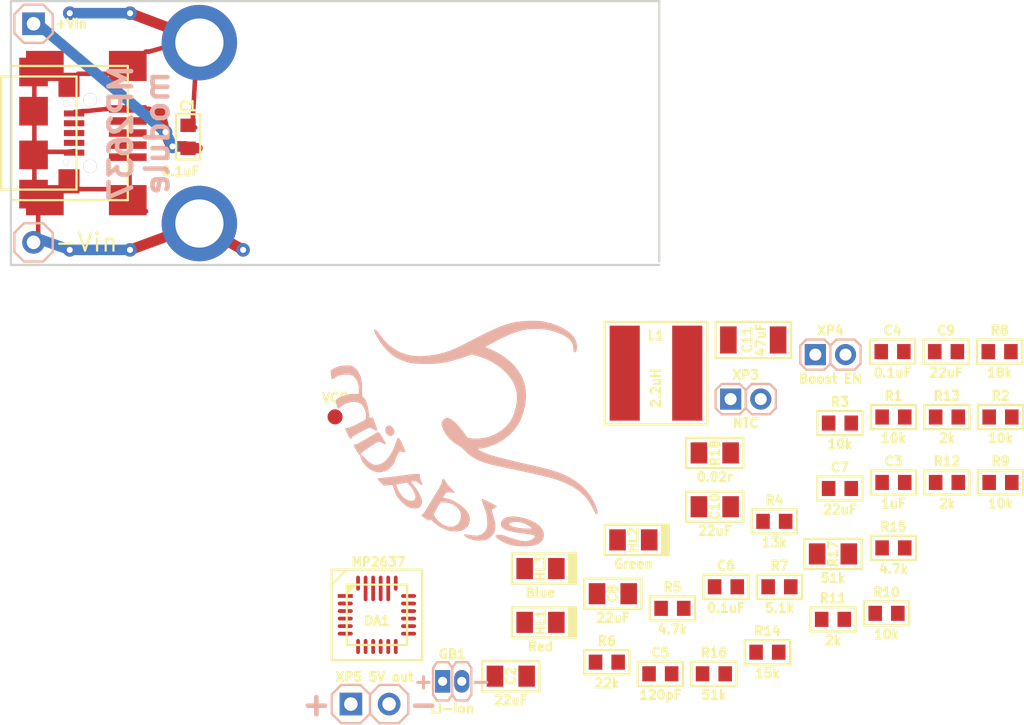
<source format=kicad_pcb>
(kicad_pcb (version 4) (host pcbnew "(2014-07-12 BZR 4289 GOST-COMMITTERS)-product")

  (general
    (links 93)
    (no_connects 77)
    (area 99.924999 49.924999 143.075001 67.575001)
    (thickness 1.6)
    (drawings 5)
    (tracks 123)
    (zones 0)
    (modules 46)
    (nets 25)
  )

  (page A4)
  (layers
    (0 F.Cu signal)
    (31 B.Cu signal)
    (36 B.SilkS user)
    (37 F.SilkS user)
    (38 B.Mask user)
    (39 F.Mask user)
    (44 Edge.Cuts user)
  )

  (setup
    (last_trace_width 0.3)
    (trace_clearance 0.2)
    (zone_clearance 0.3)
    (zone_45_only no)
    (trace_min 0.2)
    (segment_width 0.2)
    (edge_width 0.15)
    (via_size 0.9)
    (via_drill 0.4)
    (via_min_size 0.7)
    (via_min_drill 0.3)
    (uvia_size 0.7)
    (uvia_drill 0.3)
    (uvias_allowed no)
    (uvia_min_size 0.508)
    (uvia_min_drill 0.127)
    (pcb_text_width 0.3)
    (pcb_text_size 1.5 1.5)
    (mod_edge_width 0.15)
    (mod_text_size 1.5 1.5)
    (mod_text_width 0.15)
    (pad_size 0.8 0.8)
    (pad_drill 0.4)
    (pad_to_mask_clearance 0.2)
    (aux_axis_origin 0 0)
    (grid_origin 100 50)
    (visible_elements 7FFFD77F)
    (pcbplotparams
      (layerselection 0x010f0_80000001)
      (usegerberextensions true)
      (gerberprecision 5)
      (excludeedgelayer true)
      (linewidth 0.150000)
      (plotframeref false)
      (viasonmask false)
      (mode 1)
      (useauxorigin false)
      (hpglpennumber 1)
      (hpglpenspeed 20)
      (hpglpendiameter 15)
      (hpglpenoverlay 2)
      (psnegative false)
      (psa4output false)
      (plotreference true)
      (plotvalue true)
      (plotinvisibletext false)
      (padsonsilk false)
      (subtractmaskfromsilk false)
      (outputformat 1)
      (mirror false)
      (drillshape 0)
      (scaleselection 1)
      (outputdirectory Gerber/))
  )

  (net 0 "")
  (net 1 GND)
  (net 2 /NTC)
  (net 3 /LX2)
  (net 4 /LX1)
  (net 5 "Net-(HL2-PadA)")
  (net 6 "Net-(HL1-PadA)")
  (net 7 "Net-(HL3-PadA)")
  (net 8 +USBvcc)
  (net 9 /VCC)
  (net 10 +5V)
  (net 11 /FB)
  (net 12 "Net-(C6-Pad1)")
  (net 13 /+BATT)
  (net 14 /MODE)
  (net 15 /ILIM)
  (net 16 /VB)
  (net 17 /~EN)
  (net 18 /PWIN)
  (net 19 /REG)
  (net 20 /~ACOK)
  (net 21 /~CHG)
  (net 22 /~BOST)
  (net 23 /OLIM)
  (net 24 "Net-(DA1-Pad8)")

  (net_class Default "Это класс цепей по умолчанию."
    (clearance 0.2)
    (trace_width 0.3)
    (via_dia 0.9)
    (via_drill 0.4)
    (uvia_dia 0.7)
    (uvia_drill 0.3)
    (add_net +5V)
    (add_net +USBvcc)
    (add_net /+BATT)
    (add_net /FB)
    (add_net /ILIM)
    (add_net /MODE)
    (add_net /NTC)
    (add_net /OLIM)
    (add_net /PWIN)
    (add_net /REG)
    (add_net /VB)
    (add_net /VCC)
    (add_net /~ACOK)
    (add_net /~BOST)
    (add_net /~CHG)
    (add_net /~EN)
    (add_net "Net-(C6-Pad1)")
    (add_net "Net-(DA1-Pad8)")
    (add_net "Net-(HL1-PadA)")
    (add_net "Net-(HL2-PadA)")
    (add_net "Net-(HL3-PadA)")
  )

  (net_class wide ""
    (clearance 0.2)
    (trace_width 0.7)
    (via_dia 0.9)
    (via_drill 0.4)
    (uvia_dia 0.7)
    (uvia_drill 0.3)
    (add_net GND)
  )

  (net_class "wide wide" ""
    (clearance 0.2)
    (trace_width 1.2)
    (via_dia 0.9)
    (via_drill 0.4)
    (uvia_dia 0.7)
    (uvia_drill 0.3)
    (add_net /LX1)
    (add_net /LX2)
  )

  (module Connectors:USB-mini_B (layer F.Cu) (tedit 5A6A761B) (tstamp 57B803BF)
    (at 105.25 58.75)
    (path /5A6B8F17)
    (zone_connect 2)
    (fp_text reference XS1 (at 0.254 0 90) (layer F.SilkS) hide
      (effects (font (size 0.6 0.6) (thickness 0.15)))
    )
    (fp_text value USB-mini (at 1.016 0 90) (layer F.SilkS) hide
      (effects (font (size 0.6 0.6) (thickness 0.15)))
    )
    (fp_line (start -5.25 -4.45) (end 2.5 -4.45) (layer F.SilkS) (width 0.15))
    (fp_line (start 2.5 -4.45) (end 2.5 4.45) (layer F.SilkS) (width 0.15))
    (fp_line (start 2.5 4.45) (end -5.25 4.45) (layer F.SilkS) (width 0.15))
    (fp_line (start -5.25 -4.45) (end -5.25 4.45) (layer F.SilkS) (width 0.15))
    (pad "" thru_hole circle (at 0 2.2) (size 0.9 0.9) (drill 0.9) (layers *.Cu *.Mask)
      (zone_connect 2))
    (pad SHLD smd rect (at -3 -4.45) (size 2.5 2) (layers F.Cu F.Mask)
      (net 1 GND) (zone_connect 2))
    (pad SHLD smd rect (at -3 4.45) (size 2.5 2) (layers F.Cu F.Mask)
      (net 1 GND) (zone_connect 2))
    (pad SHLD smd rect (at 2.5 -4.45) (size 2.5 2) (layers F.Cu F.Mask)
      (net 1 GND) (zone_connect 2))
    (pad SHLD smd rect (at 2.5 4.45) (size 2.5 2) (layers F.Cu F.Mask)
      (net 1 GND) (zone_connect 2))
    (pad 1 smd rect (at 2.5 -1.6) (size 2.5 0.5) (layers F.Cu F.Mask)
      (net 8 +USBvcc) (zone_connect 2))
    (pad 2 smd rect (at 2.5 -0.8) (size 2.5 0.5) (layers F.Cu F.Mask)
      (zone_connect 2))
    (pad 3 smd rect (at 2.5 0) (size 2.5 0.5) (layers F.Cu F.Mask)
      (zone_connect 2))
    (pad 4 smd rect (at 2.5 0.8) (size 2.5 0.5) (layers F.Cu F.Mask)
      (zone_connect 2))
    (pad 5 smd rect (at 2.5 1.6) (size 2.5 0.5) (layers F.Cu F.Mask)
      (net 1 GND) (zone_connect 1))
    (pad "" thru_hole circle (at 0 -2.2) (size 0.9 0.9) (drill 0.9) (layers *.Cu *.Mask)
      (zone_connect 2))
  )

  (module Connectors:USB-micro_B (layer F.Cu) (tedit 5A6A7624) (tstamp 57B803D5)
    (at 101.5 58.75)
    (path /5A6B8F62)
    (zone_connect 2)
    (fp_text reference XS2 (at 0.508 0 90) (layer F.SilkS) hide
      (effects (font (size 0.6 0.6) (thickness 0.15)))
    )
    (fp_text value USB-micro (at 1.27 0 90) (layer F.SilkS) hide
      (effects (font (size 0.6 0.6) (thickness 0.15)))
    )
    (fp_line (start 2.85 3.75) (end 2.85 -3.75) (layer F.SilkS) (width 0.15))
    (fp_line (start -1.45 3.75) (end -1.45 -3.75) (layer F.SilkS) (width 0.1))
    (fp_line (start -2.15 -3.75) (end 2.85 -3.75) (layer F.SilkS) (width 0.15))
    (fp_line (start 2.85 3.75) (end -2.15 3.75) (layer F.SilkS) (width 0.15))
    (fp_line (start -2.15 3.75) (end -2.15 -3.75) (layer F.SilkS) (width 0.15))
    (pad "" thru_hole circle (at 2.15 -1.95) (size 0.4 0.4) (drill 0.4) (layers *.Cu *.Mask)
      (zone_connect 2))
    (pad SHLD smd rect (at 2.35 -3.2) (size 1.4 1.6) (layers F.Cu F.Mask)
      (net 1 GND) (zone_connect 2))
    (pad SHLD smd rect (at 2.35 3.2) (size 1.4 1.6) (layers F.Cu F.Mask)
      (net 1 GND) (zone_connect 2))
    (pad SHLD smd rect (at 0 -4.05) (size 1.9 1.9) (layers F.Cu F.Mask)
      (net 1 GND) (zone_connect 2))
    (pad SHLD smd rect (at 0 -1.45) (size 1.9 1.9) (layers F.Cu F.Mask)
      (net 1 GND) (zone_connect 2))
    (pad SHLD smd rect (at 0 1.45) (size 1.9 1.9) (layers F.Cu F.Mask)
      (net 1 GND) (zone_connect 2))
    (pad SHLD smd rect (at 0 4.05) (size 1.9 1.9) (layers F.Cu F.Mask)
      (net 1 GND) (zone_connect 2))
    (pad 1 smd rect (at 2.69 -1.3) (size 1.35 0.4) (layers F.Cu F.Mask)
      (net 8 +USBvcc) (zone_connect 2))
    (pad 2 smd rect (at 2.69 -0.65) (size 1.35 0.4) (layers F.Cu F.Mask)
      (zone_connect 2))
    (pad 3 smd rect (at 2.69 0) (size 1.35 0.4) (layers F.Cu F.Mask)
      (zone_connect 2))
    (pad 4 smd rect (at 2.69 0.65) (size 1.35 0.4) (layers F.Cu F.Mask)
      (zone_connect 2))
    (pad 5 smd rect (at 2.69 1.3) (size 1.35 0.4) (layers F.Cu F.Mask)
      (net 1 GND) (zone_connect 1))
    (pad "" thru_hole circle (at 2.15 1.95) (size 0.4 0.4) (drill 0.4) (layers *.Cu *.Mask)
      (zone_connect 2))
  )

  (module Capacitors:CAP0603 (layer F.Cu) (tedit 57BD411E) (tstamp 57B84895)
    (at 111.75 59 90)
    (path /5A6B9486)
    (attr smd)
    (fp_text reference C1 (at 2.032 0 360) (layer F.SilkS)
      (effects (font (size 0.6 0.6) (thickness 0.15)))
    )
    (fp_text value 0.1uF (at -2.286 -0.508 180) (layer F.SilkS)
      (effects (font (size 0.6 0.6) (thickness 0.15)))
    )
    (fp_line (start -1.5 0) (end -1.5 -0.8) (layer F.SilkS) (width 0.15))
    (fp_line (start -1.5 -0.8) (end 1.5 -0.8) (layer F.SilkS) (width 0.15))
    (fp_line (start 1.5 -0.8) (end 1.5 0.8) (layer F.SilkS) (width 0.15))
    (fp_line (start 1.5 0.8) (end -1.5 0.8) (layer F.SilkS) (width 0.15))
    (fp_line (start -1.5 0.8) (end -1.5 0) (layer F.SilkS) (width 0.15))
    (pad 1 smd rect (at -0.762 0 90) (size 0.889 1.016) (layers F.Cu F.Mask)
      (net 8 +USBvcc))
    (pad 2 smd rect (at 0.762 0 90) (size 0.889 1.016) (layers F.Cu F.Mask)
      (net 1 GND))
    (model 3d\c_0603.wrl
      (at (xyz 0 0 0))
      (scale (xyz 1 1 1))
      (rotate (xyz 0 0 0))
    )
  )

  (module Connectors:PLS-1Rnd (layer F.Cu) (tedit 5A84B740) (tstamp 57B8493E)
    (at 101.5 66)
    (descr "Single-line connector 1-pin")
    (path /5A6B98AF)
    (fp_text reference XP2 (at 2.286 -1.27) (layer F.SilkS) hide
      (effects (font (size 0.6 0.6) (thickness 0.15)))
    )
    (fp_text value -Vin (at 3.5 0) (layer F.SilkS)
      (effects (font (size 1.2 1.2) (thickness 0.15)))
    )
    (fp_line (start 1.27 -0.635) (end 0.635 -1.27) (layer B.SilkS) (width 0.15))
    (fp_line (start -0.635 -1.27) (end -1.27 -0.635) (layer B.SilkS) (width 0.15))
    (fp_line (start -1.27 0.635) (end -0.635 1.27) (layer B.SilkS) (width 0.15))
    (fp_line (start -1.27 0.635) (end -0.635 1.27) (layer F.SilkS) (width 0.15))
    (fp_line (start -0.635 -1.27) (end -1.27 -0.635) (layer F.SilkS) (width 0.15))
    (fp_line (start 1.27 -0.635) (end 0.635 -1.27) (layer F.SilkS) (width 0.15))
    (fp_line (start 1.27 0.635) (end 0.635 1.27) (layer F.SilkS) (width 0.15))
    (fp_line (start 1.27 -0.635) (end 1.27 0.635) (layer B.SilkS) (width 0.15))
    (fp_line (start 1.27 0.635) (end 0.635 1.27) (layer B.SilkS) (width 0.15))
    (fp_line (start -0.635 -1.27) (end 0.635 -1.27) (layer B.SilkS) (width 0.15))
    (fp_line (start 0.635 1.27) (end -0.635 1.27) (layer B.SilkS) (width 0.15))
    (fp_line (start -1.27 -0.635) (end -1.27 0.635) (layer B.SilkS) (width 0.15))
    (fp_line (start 0.635 1.27) (end -0.635 1.27) (layer F.SilkS) (width 0.15))
    (fp_line (start 0.635 -1.27) (end -0.635 -1.27) (layer F.SilkS) (width 0.15))
    (fp_line (start 1.27 -0.635) (end 1.27 0.635) (layer F.SilkS) (width 0.15))
    (fp_line (start -1.27 -0.635) (end -1.27 0.635) (layer F.SilkS) (width 0.15))
    (pad 1 thru_hole circle (at 0 0) (size 1.5 1.5) (drill 0.9) (layers *.Cu *.Mask)
      (net 1 GND))
  )

  (module Capacitors:CAP0805 (layer F.Cu) (tedit 59612824) (tstamp 5A84C137)
    (at 133.155001 94.775001)
    (path /5A84B713)
    (attr smd)
    (fp_text reference C2 (at 0 0 90) (layer F.SilkS)
      (effects (font (size 0.6 0.6) (thickness 0.15)))
    )
    (fp_text value 22uF (at 0 1.6) (layer F.SilkS)
      (effects (font (size 0.6 0.6) (thickness 0.15)))
    )
    (fp_line (start -1.9 -1) (end 1.9 -1) (layer F.SilkS) (width 0.15))
    (fp_line (start 1.9 -1) (end 1.9 1) (layer F.SilkS) (width 0.15))
    (fp_line (start 1.9 1) (end -1.9 1) (layer F.SilkS) (width 0.15))
    (fp_line (start -1.9 1) (end -1.9 -1) (layer F.SilkS) (width 0.15))
    (pad 1 smd rect (at -1.05 0) (size 1.1 1.4) (layers F.Cu F.Mask)
      (net 8 +USBvcc))
    (pad 2 smd rect (at 1.05 0) (size 1.1 1.4) (layers F.Cu F.Mask)
      (net 1 GND))
    (model 3d\c_0805.wrl
      (at (xyz 0 0 0))
      (scale (xyz 1 1 1))
      (rotate (xyz 0 0 0))
    )
  )

  (module Capacitors:CAP0603 (layer F.Cu) (tedit 59612818) (tstamp 5A84C0D4)
    (at 158.535001 81.925)
    (path /5A6B9FF4)
    (attr smd)
    (fp_text reference C3 (at 0 -1.4) (layer F.SilkS)
      (effects (font (size 0.6 0.6) (thickness 0.15)))
    )
    (fp_text value 1uF (at 0 1.4) (layer F.SilkS)
      (effects (font (size 0.6 0.6) (thickness 0.15)))
    )
    (fp_line (start -1.5 -0.8) (end 1.5 -0.8) (layer F.SilkS) (width 0.15))
    (fp_line (start 1.5 -0.8) (end 1.5 0.8) (layer F.SilkS) (width 0.15))
    (fp_line (start 1.5 0.8) (end -1.5 0.8) (layer F.SilkS) (width 0.15))
    (fp_line (start -1.5 0.8) (end -1.5 -0.8) (layer F.SilkS) (width 0.15))
    (pad 1 smd rect (at -0.75 0) (size 0.9 1) (layers F.Cu F.Mask)
      (net 8 +USBvcc))
    (pad 2 smd rect (at 0.75 0) (size 0.9 1) (layers F.Cu F.Mask)
      (net 1 GND))
    (model 3d\c_0603.wrl
      (at (xyz 0 0 0))
      (scale (xyz 1 1 1))
      (rotate (xyz 0 0 0))
    )
  )

  (module Capacitors:CAP0603 (layer F.Cu) (tedit 59612818) (tstamp 5A84C0DF)
    (at 158.475001 73.245)
    (path /5A6D3761)
    (attr smd)
    (fp_text reference C4 (at 0 -1.4) (layer F.SilkS)
      (effects (font (size 0.6 0.6) (thickness 0.15)))
    )
    (fp_text value 0.1uF (at 0 1.4) (layer F.SilkS)
      (effects (font (size 0.6 0.6) (thickness 0.15)))
    )
    (fp_line (start -1.5 -0.8) (end 1.5 -0.8) (layer F.SilkS) (width 0.15))
    (fp_line (start 1.5 -0.8) (end 1.5 0.8) (layer F.SilkS) (width 0.15))
    (fp_line (start 1.5 0.8) (end -1.5 0.8) (layer F.SilkS) (width 0.15))
    (fp_line (start -1.5 0.8) (end -1.5 -0.8) (layer F.SilkS) (width 0.15))
    (pad 1 smd rect (at -0.75 0) (size 0.9 1) (layers F.Cu F.Mask)
      (net 9 /VCC))
    (pad 2 smd rect (at 0.75 0) (size 0.9 1) (layers F.Cu F.Mask)
      (net 1 GND))
    (model 3d\c_0603.wrl
      (at (xyz 0 0 0))
      (scale (xyz 1 1 1))
      (rotate (xyz 0 0 0))
    )
  )

  (module Capacitors:CAP0603 (layer F.Cu) (tedit 59612818) (tstamp 5A84C0EA)
    (at 143.075001 94.615)
    (path /5A84E499)
    (attr smd)
    (fp_text reference C5 (at 0 -1.4) (layer F.SilkS)
      (effects (font (size 0.6 0.6) (thickness 0.15)))
    )
    (fp_text value 120pF (at 0 1.4) (layer F.SilkS)
      (effects (font (size 0.6 0.6) (thickness 0.15)))
    )
    (fp_line (start -1.5 -0.8) (end 1.5 -0.8) (layer F.SilkS) (width 0.15))
    (fp_line (start 1.5 -0.8) (end 1.5 0.8) (layer F.SilkS) (width 0.15))
    (fp_line (start 1.5 0.8) (end -1.5 0.8) (layer F.SilkS) (width 0.15))
    (fp_line (start -1.5 0.8) (end -1.5 -0.8) (layer F.SilkS) (width 0.15))
    (pad 1 smd rect (at -0.75 0) (size 0.9 1) (layers F.Cu F.Mask)
      (net 10 +5V))
    (pad 2 smd rect (at 0.75 0) (size 0.9 1) (layers F.Cu F.Mask)
      (net 11 /FB))
    (model 3d\c_0603.wrl
      (at (xyz 0 0 0))
      (scale (xyz 1 1 1))
      (rotate (xyz 0 0 0))
    )
  )

  (module Capacitors:CAP0603 (layer F.Cu) (tedit 59612818) (tstamp 5A84C0F5)
    (at 147.425001 88.845)
    (path /5A718E7A)
    (attr smd)
    (fp_text reference C6 (at 0 -1.4) (layer F.SilkS)
      (effects (font (size 0.6 0.6) (thickness 0.15)))
    )
    (fp_text value 0.1uF (at 0 1.4) (layer F.SilkS)
      (effects (font (size 0.6 0.6) (thickness 0.15)))
    )
    (fp_line (start -1.5 -0.8) (end 1.5 -0.8) (layer F.SilkS) (width 0.15))
    (fp_line (start 1.5 -0.8) (end 1.5 0.8) (layer F.SilkS) (width 0.15))
    (fp_line (start 1.5 0.8) (end -1.5 0.8) (layer F.SilkS) (width 0.15))
    (fp_line (start -1.5 0.8) (end -1.5 -0.8) (layer F.SilkS) (width 0.15))
    (pad 1 smd rect (at -0.75 0) (size 0.9 1) (layers F.Cu F.Mask)
      (net 12 "Net-(C6-Pad1)"))
    (pad 2 smd rect (at 0.75 0) (size 0.9 1) (layers F.Cu F.Mask)
      (net 1 GND))
    (model 3d\c_0603.wrl
      (at (xyz 0 0 0))
      (scale (xyz 1 1 1))
      (rotate (xyz 0 0 0))
    )
  )

  (module Capacitors:CAP0603 (layer F.Cu) (tedit 59612818) (tstamp 5A84C100)
    (at 154.985001 82.325)
    (path /5A77F30F)
    (attr smd)
    (fp_text reference C7 (at 0 -1.4) (layer F.SilkS)
      (effects (font (size 0.6 0.6) (thickness 0.15)))
    )
    (fp_text value 22uF (at 0 1.4) (layer F.SilkS)
      (effects (font (size 0.6 0.6) (thickness 0.15)))
    )
    (fp_line (start -1.5 -0.8) (end 1.5 -0.8) (layer F.SilkS) (width 0.15))
    (fp_line (start 1.5 -0.8) (end 1.5 0.8) (layer F.SilkS) (width 0.15))
    (fp_line (start 1.5 0.8) (end -1.5 0.8) (layer F.SilkS) (width 0.15))
    (fp_line (start -1.5 0.8) (end -1.5 -0.8) (layer F.SilkS) (width 0.15))
    (pad 1 smd rect (at -0.75 0) (size 0.9 1) (layers F.Cu F.Mask)
      (net 10 +5V))
    (pad 2 smd rect (at 0.75 0) (size 0.9 1) (layers F.Cu F.Mask)
      (net 1 GND))
    (model 3d\c_0603.wrl
      (at (xyz 0 0 0))
      (scale (xyz 1 1 1))
      (rotate (xyz 0 0 0))
    )
  )

  (module Capacitors:CAP0805 (layer F.Cu) (tedit 59612824) (tstamp 5A84C10B)
    (at 139.925001 89.305001)
    (path /5A77F869)
    (attr smd)
    (fp_text reference C8 (at 0 0 90) (layer F.SilkS)
      (effects (font (size 0.6 0.6) (thickness 0.15)))
    )
    (fp_text value 22uF (at 0 1.6) (layer F.SilkS)
      (effects (font (size 0.6 0.6) (thickness 0.15)))
    )
    (fp_line (start -1.9 -1) (end 1.9 -1) (layer F.SilkS) (width 0.15))
    (fp_line (start 1.9 -1) (end 1.9 1) (layer F.SilkS) (width 0.15))
    (fp_line (start 1.9 1) (end -1.9 1) (layer F.SilkS) (width 0.15))
    (fp_line (start -1.9 1) (end -1.9 -1) (layer F.SilkS) (width 0.15))
    (pad 1 smd rect (at -1.05 0) (size 1.1 1.4) (layers F.Cu F.Mask)
      (net 10 +5V))
    (pad 2 smd rect (at 1.05 0) (size 1.1 1.4) (layers F.Cu F.Mask)
      (net 1 GND))
    (model 3d\c_0805.wrl
      (at (xyz 0 0 0))
      (scale (xyz 1 1 1))
      (rotate (xyz 0 0 0))
    )
  )

  (module Capacitors:CAP0603 (layer F.Cu) (tedit 59612818) (tstamp 5A84C116)
    (at 162.025001 73.245)
    (path /5A715EE3)
    (attr smd)
    (fp_text reference C9 (at 0 -1.4) (layer F.SilkS)
      (effects (font (size 0.6 0.6) (thickness 0.15)))
    )
    (fp_text value 22uF (at 0 1.4) (layer F.SilkS)
      (effects (font (size 0.6 0.6) (thickness 0.15)))
    )
    (fp_line (start -1.5 -0.8) (end 1.5 -0.8) (layer F.SilkS) (width 0.15))
    (fp_line (start 1.5 -0.8) (end 1.5 0.8) (layer F.SilkS) (width 0.15))
    (fp_line (start 1.5 0.8) (end -1.5 0.8) (layer F.SilkS) (width 0.15))
    (fp_line (start -1.5 0.8) (end -1.5 -0.8) (layer F.SilkS) (width 0.15))
    (pad 1 smd rect (at -0.75 0) (size 0.9 1) (layers F.Cu F.Mask)
      (net 13 /+BATT))
    (pad 2 smd rect (at 0.75 0) (size 0.9 1) (layers F.Cu F.Mask)
      (net 1 GND))
    (model 3d\c_0603.wrl
      (at (xyz 0 0 0))
      (scale (xyz 1 1 1))
      (rotate (xyz 0 0 0))
    )
  )

  (module Capacitors:CAP0805 (layer F.Cu) (tedit 59612824) (tstamp 5A84C121)
    (at 146.685001 83.535001)
    (path /5A716B95)
    (attr smd)
    (fp_text reference C10 (at 0 0 90) (layer F.SilkS)
      (effects (font (size 0.6 0.6) (thickness 0.15)))
    )
    (fp_text value 22uF (at 0 1.6) (layer F.SilkS)
      (effects (font (size 0.6 0.6) (thickness 0.15)))
    )
    (fp_line (start -1.9 -1) (end 1.9 -1) (layer F.SilkS) (width 0.15))
    (fp_line (start 1.9 -1) (end 1.9 1) (layer F.SilkS) (width 0.15))
    (fp_line (start 1.9 1) (end -1.9 1) (layer F.SilkS) (width 0.15))
    (fp_line (start -1.9 1) (end -1.9 -1) (layer F.SilkS) (width 0.15))
    (pad 1 smd rect (at -1.05 0) (size 1.1 1.4) (layers F.Cu F.Mask)
      (net 13 /+BATT))
    (pad 2 smd rect (at 1.05 0) (size 1.1 1.4) (layers F.Cu F.Mask)
      (net 1 GND))
    (model 3d\c_0805.wrl
      (at (xyz 0 0 0))
      (scale (xyz 1 1 1))
      (rotate (xyz 0 0 0))
    )
  )

  (module Capacitors:CAP1206 (layer F.Cu) (tedit 59612AD7) (tstamp 5A84C12C)
    (at 149.235001 72.475001)
    (path /5A84C77A)
    (attr smd)
    (fp_text reference C11 (at -0.4 0 90) (layer F.SilkS)
      (effects (font (size 0.6 0.6) (thickness 0.15)))
    )
    (fp_text value 47uF (at 0.5 0 90) (layer F.SilkS)
      (effects (font (size 0.6 0.6) (thickness 0.15)))
    )
    (fp_line (start -2.5 -1.2) (end -2.5 1.2) (layer F.SilkS) (width 0.15))
    (fp_line (start -2.5 -1.2) (end 2.5 -1.2) (layer F.SilkS) (width 0.15))
    (fp_line (start 2.5 -1.2) (end 2.5 1.2) (layer F.SilkS) (width 0.15))
    (fp_line (start 2.5 1.2) (end -2.5 1.2) (layer F.SilkS) (width 0.15))
    (pad 1 smd rect (at -1.65 0) (size 1.1 1.8) (layers F.Cu F.Mask)
      (net 10 +5V))
    (pad 2 smd rect (at 1.65 0) (size 1.1 1.8) (layers F.Cu F.Mask)
      (net 1 GND))
  )

  (module QFN,_DFN,_LGA:FCQFN24 (layer F.Cu) (tedit 5A6A504E) (tstamp 5A84C0C9)
    (at 124.275001 90.705)
    (path /5A6B9C49)
    (attr smd)
    (fp_text reference DA1 (at 0 0.4) (layer F.SilkS)
      (effects (font (size 0.6 0.6) (thickness 0.15)))
    )
    (fp_text value MP2637 (at 0.1 -3.5) (layer F.SilkS)
      (effects (font (size 0.6 0.6) (thickness 0.15)))
    )
    (fp_line (start -2 -1.6) (end -1.6 -2) (layer F.SilkS) (width 0.15))
    (fp_line (start -1.8 -2) (end -2 -1.8) (layer F.SilkS) (width 0.15))
    (fp_line (start -2 -3) (end -3 -2) (layer F.SilkS) (width 0.15))
    (fp_line (start -3 -3) (end 3 -3) (layer F.SilkS) (width 0.15))
    (fp_line (start 3 -3) (end 3 3) (layer F.SilkS) (width 0.15))
    (fp_line (start 3 3) (end -3 3) (layer F.SilkS) (width 0.15))
    (fp_line (start -3 3) (end -3 -3) (layer F.SilkS) (width 0.15))
    (fp_line (start -3 -3) (end -3 -3) (layer F.SilkS) (width 0.15))
    (fp_line (start -1.4 -2) (end -2 -1.4) (layer F.SilkS) (width 0.15))
    (fp_line (start 2 -2) (end 2 2) (layer F.SilkS) (width 0.15))
    (fp_line (start 2 2) (end -2 2) (layer F.SilkS) (width 0.15))
    (fp_line (start -2 2) (end -2 -2) (layer F.SilkS) (width 0.15))
    (fp_line (start -2 -2) (end 2 -2) (layer F.SilkS) (width 0.15))
    (pad 22 smd oval (at -0.25 -1.75 270) (size 1.7 0.25) (layers F.Cu F.Mask)
      (net 4 /LX1))
    (pad 23 smd oval (at -0.75 -1.75 270) (size 1.7 0.25) (layers F.Cu F.Mask)
      (net 1 GND))
    (pad 24 smd oval (at -1.25 -2.1 270) (size 1 0.25) (layers F.Cu F.Mask)
      (net 1 GND))
    (pad 21 smd oval (at 0.25 -1.75 270) (size 1.7 0.25) (layers F.Cu F.Mask)
      (net 10 +5V))
    (pad 20 smd oval (at 0.75 -1.75 270) (size 1.7 0.25) (layers F.Cu F.Mask)
      (net 8 +USBvcc))
    (pad 19 smd oval (at 1.25 -2.1 270) (size 1 0.25) (layers F.Cu F.Mask)
      (net 14 /MODE))
    (pad 15 smd oval (at 2.1 0.25) (size 1 0.25) (layers F.Cu F.Mask)
      (net 15 /ILIM))
    (pad 16 smd oval (at 2.1 -0.25) (size 1 0.25) (layers F.Cu F.Mask)
      (net 9 /VCC))
    (pad 17 smd oval (at 2.1 -0.75) (size 1 0.25) (layers F.Cu F.Mask)
      (net 16 /VB))
    (pad 18 smd oval (at 2.1 -1.25) (size 1 0.25) (layers F.Cu F.Mask)
      (net 17 /~EN))
    (pad 14 smd oval (at 2.1 0.75) (size 1 0.25) (layers F.Cu F.Mask)
      (net 18 /PWIN))
    (pad 13 smd oval (at 2.1 1.25) (size 1 0.25) (layers F.Cu F.Mask)
      (net 12 "Net-(C6-Pad1)"))
    (pad 12 smd oval (at 1.25 2.1 270) (size 1 0.25) (layers F.Cu F.Mask)
      (net 19 /REG))
    (pad 11 smd oval (at 0.75 2.1 270) (size 1 0.25) (layers F.Cu F.Mask)
      (net 20 /~ACOK))
    (pad 10 smd oval (at 0.25 2.1 270) (size 1 0.25) (layers F.Cu F.Mask)
      (net 11 /FB))
    (pad 6 smd oval (at -2.1 1.25) (size 1 0.25) (layers F.Cu F.Mask)
      (net 1 GND))
    (pad 5 smd oval (at -2.1 0.75) (size 1 0.25) (layers F.Cu F.Mask)
      (net 13 /+BATT))
    (pad 1 smd rect (at -2.1 -1.25) (size 1 0.25) (layers F.Cu F.Mask)
      (net 1 GND))
    (pad 2 smd oval (at -2.1 -0.75) (size 1 0.25) (layers F.Cu F.Mask)
      (net 21 /~CHG))
    (pad 3 smd oval (at -2.1 -0.25) (size 1 0.25) (layers F.Cu F.Mask)
      (net 22 /~BOST))
    (pad 4 smd oval (at -2.1 0.25) (size 1 0.25) (layers F.Cu F.Mask)
      (net 3 /LX2))
    (pad 7 smd oval (at -1.25 2.1 270) (size 1 0.25) (layers F.Cu F.Mask)
      (net 23 /OLIM))
    (pad 8 smd oval (at -0.75 2.1 270) (size 1 0.25) (layers F.Cu F.Mask)
      (net 24 "Net-(DA1-Pad8)"))
    (pad 9 smd oval (at -0.25 2.1 270) (size 1 0.25) (layers F.Cu F.Mask)
      (net 2 /NTC))
  )

  (module Connectors:for_PolarOut_PLL1.27-2 (layer F.Cu) (tedit 5A0EB6BE) (tstamp 5A84C160)
    (at 129.267856 95.115)
    (path /5A71789F)
    (fp_text reference GB1 (at 0 -1.8) (layer F.SilkS)
      (effects (font (size 0.6 0.6) (thickness 0.15)))
    )
    (fp_text value Li-ion (at 0 1.8) (layer F.SilkS)
      (effects (font (size 0.6 0.6) (thickness 0.15)))
    )
    (fp_text user + (at -1.905 0) (layer F.SilkS)
      (effects (font (size 1 1) (thickness 0.2)))
    )
    (fp_text user - (at 1.905 0) (layer F.SilkS)
      (effects (font (size 1 1) (thickness 0.2)))
    )
    (fp_text user + (at -1.905 0) (layer B.SilkS)
      (effects (font (size 1 1) (thickness 0.2)) (justify mirror))
    )
    (fp_text user - (at 1.905 0) (layer B.SilkS)
      (effects (font (size 1 1) (thickness 0.2)) (justify mirror))
    )
    (fp_line (start 1.27 -0.889) (end 1.27 0.889) (layer B.SilkS) (width 0.15))
    (fp_line (start -0.254 1.27) (end 0 0.889) (layer B.SilkS) (width 0.15))
    (fp_line (start -1.016 1.27) (end -0.254 1.27) (layer B.SilkS) (width 0.15))
    (fp_line (start -1.27 0.889) (end -1.016 1.27) (layer B.SilkS) (width 0.15))
    (fp_line (start -1.27 -0.889) (end -1.27 0.889) (layer B.SilkS) (width 0.15))
    (fp_line (start -1.016 -1.27) (end -1.27 -0.889) (layer B.SilkS) (width 0.15))
    (fp_line (start -0.254 -1.27) (end -1.016 -1.27) (layer B.SilkS) (width 0.15))
    (fp_line (start 0 -0.889) (end -0.254 -1.27) (layer B.SilkS) (width 0.15))
    (fp_line (start 0 0.889) (end 0.254 1.27) (layer B.SilkS) (width 0.15))
    (fp_line (start 0 -0.889) (end 0 0.889) (layer B.SilkS) (width 0.15))
    (fp_line (start 0 -0.889) (end 0.254 -1.27) (layer B.SilkS) (width 0.15))
    (fp_line (start 1.016 -1.27) (end 0.254 -1.27) (layer B.SilkS) (width 0.15))
    (fp_line (start 1.27 -0.889) (end 1.016 -1.27) (layer B.SilkS) (width 0.15))
    (fp_line (start 1.016 1.27) (end 0.254 1.27) (layer B.SilkS) (width 0.15))
    (fp_line (start 1.27 0.889) (end 1.016 1.27) (layer B.SilkS) (width 0.15))
    (fp_line (start 1.27 -0.889) (end 1.27 0.889) (layer F.SilkS) (width 0.15))
    (fp_line (start 1.27 0.889) (end 1.016 1.27) (layer F.SilkS) (width 0.15))
    (fp_line (start 1.016 1.27) (end 0.254 1.27) (layer F.SilkS) (width 0.15))
    (fp_line (start 1.27 -0.889) (end 1.016 -1.27) (layer F.SilkS) (width 0.15))
    (fp_line (start 1.016 -1.27) (end 0.254 -1.27) (layer F.SilkS) (width 0.15))
    (fp_line (start 0 -0.889) (end 0.254 -1.27) (layer F.SilkS) (width 0.15))
    (fp_line (start 0 -0.889) (end 0 0.889) (layer F.SilkS) (width 0.15))
    (fp_line (start 0 0.889) (end 0.254 1.27) (layer F.SilkS) (width 0.15))
    (fp_line (start 0 -0.889) (end -0.254 -1.27) (layer F.SilkS) (width 0.15))
    (fp_line (start -0.254 -1.27) (end -1.016 -1.27) (layer F.SilkS) (width 0.15))
    (fp_line (start -1.016 -1.27) (end -1.27 -0.889) (layer F.SilkS) (width 0.15))
    (fp_line (start -1.27 -0.889) (end -1.27 0.889) (layer F.SilkS) (width 0.15))
    (fp_line (start -1.27 0.889) (end -1.016 1.27) (layer F.SilkS) (width 0.15))
    (fp_line (start -1.016 1.27) (end -0.254 1.27) (layer F.SilkS) (width 0.15))
    (fp_line (start -0.254 1.27) (end 0 0.889) (layer F.SilkS) (width 0.15))
    (pad 1 thru_hole rect (at -0.635 0) (size 1 1.5) (drill 0.6) (layers *.Cu *.Mask)
      (net 13 /+BATT))
    (pad 2 thru_hole oval (at 0.635 0) (size 1 1.5) (drill 0.6) (layers *.Cu *.Mask)
      (net 1 GND) (zone_connect 1))
  )

  (module LEDs:LED0805 (layer F.Cu) (tedit 59612F46) (tstamp 5A84C170)
    (at 135.125001 91.205001)
    (path /5A70B7C1)
    (attr smd)
    (fp_text reference HL1 (at 0 0 90) (layer F.SilkS)
      (effects (font (size 0.6 0.6) (thickness 0.15)))
    )
    (fp_text value Red (at 0 1.6) (layer F.SilkS)
      (effects (font (size 0.6 0.6) (thickness 0.15)))
    )
    (fp_line (start 2.35 1) (end 2.35 -1) (layer F.SilkS) (width 0.15))
    (fp_line (start 2.25 -1) (end 2.25 1) (layer F.SilkS) (width 0.15))
    (fp_line (start 2.1082 -0.9906) (end 2.1082 0.9398) (layer F.SilkS) (width 0.15))
    (fp_line (start 2.1082 0.9398) (end 2.1082 0.9652) (layer F.SilkS) (width 0.15))
    (fp_line (start 2.0066 -0.9652) (end 2.0066 0.9652) (layer F.SilkS) (width 0.15))
    (fp_line (start -1.9 -1) (end 2.35 -1) (layer F.SilkS) (width 0.15))
    (fp_line (start 1.9 -1) (end 1.9 1) (layer F.SilkS) (width 0.15))
    (fp_line (start 2.35 1) (end -1.9 1) (layer F.SilkS) (width 0.15))
    (fp_line (start -1.9 1) (end -1.9 -1) (layer F.SilkS) (width 0.15))
    (pad A smd rect (at -1.05 0) (size 1.1 1.4) (layers F.Cu F.Mask)
      (net 6 "Net-(HL1-PadA)"))
    (pad C smd rect (at 1.05 0) (size 1.1 1.4) (layers F.Cu F.Mask)
      (net 21 /~CHG))
  )

  (module LEDs:LED0805 (layer F.Cu) (tedit 59612F46) (tstamp 5A84C180)
    (at 141.285001 85.735001)
    (path /5A711872)
    (attr smd)
    (fp_text reference HL2 (at 0 0 90) (layer F.SilkS)
      (effects (font (size 0.6 0.6) (thickness 0.15)))
    )
    (fp_text value Green (at 0 1.6) (layer F.SilkS)
      (effects (font (size 0.6 0.6) (thickness 0.15)))
    )
    (fp_line (start 2.35 1) (end 2.35 -1) (layer F.SilkS) (width 0.15))
    (fp_line (start 2.25 -1) (end 2.25 1) (layer F.SilkS) (width 0.15))
    (fp_line (start 2.1082 -0.9906) (end 2.1082 0.9398) (layer F.SilkS) (width 0.15))
    (fp_line (start 2.1082 0.9398) (end 2.1082 0.9652) (layer F.SilkS) (width 0.15))
    (fp_line (start 2.0066 -0.9652) (end 2.0066 0.9652) (layer F.SilkS) (width 0.15))
    (fp_line (start -1.9 -1) (end 2.35 -1) (layer F.SilkS) (width 0.15))
    (fp_line (start 1.9 -1) (end 1.9 1) (layer F.SilkS) (width 0.15))
    (fp_line (start 2.35 1) (end -1.9 1) (layer F.SilkS) (width 0.15))
    (fp_line (start -1.9 1) (end -1.9 -1) (layer F.SilkS) (width 0.15))
    (pad A smd rect (at -1.05 0) (size 1.1 1.4) (layers F.Cu F.Mask)
      (net 5 "Net-(HL2-PadA)"))
    (pad C smd rect (at 1.05 0) (size 1.1 1.4) (layers F.Cu F.Mask)
      (net 20 /~ACOK))
  )

  (module LEDs:LED0805 (layer F.Cu) (tedit 59612F46) (tstamp 5A84C190)
    (at 135.125001 87.635001)
    (path /5A711D5B)
    (attr smd)
    (fp_text reference HL3 (at 0 0 90) (layer F.SilkS)
      (effects (font (size 0.6 0.6) (thickness 0.15)))
    )
    (fp_text value Blue (at 0 1.6) (layer F.SilkS)
      (effects (font (size 0.6 0.6) (thickness 0.15)))
    )
    (fp_line (start 2.35 1) (end 2.35 -1) (layer F.SilkS) (width 0.15))
    (fp_line (start 2.25 -1) (end 2.25 1) (layer F.SilkS) (width 0.15))
    (fp_line (start 2.1082 -0.9906) (end 2.1082 0.9398) (layer F.SilkS) (width 0.15))
    (fp_line (start 2.1082 0.9398) (end 2.1082 0.9652) (layer F.SilkS) (width 0.15))
    (fp_line (start 2.0066 -0.9652) (end 2.0066 0.9652) (layer F.SilkS) (width 0.15))
    (fp_line (start -1.9 -1) (end 2.35 -1) (layer F.SilkS) (width 0.15))
    (fp_line (start 1.9 -1) (end 1.9 1) (layer F.SilkS) (width 0.15))
    (fp_line (start 2.35 1) (end -1.9 1) (layer F.SilkS) (width 0.15))
    (fp_line (start -1.9 1) (end -1.9 -1) (layer F.SilkS) (width 0.15))
    (pad A smd rect (at -1.05 0) (size 1.1 1.4) (layers F.Cu F.Mask)
      (net 7 "Net-(HL3-PadA)"))
    (pad C smd rect (at 1.05 0) (size 1.1 1.4) (layers F.Cu F.Mask)
      (net 22 /~BOST))
  )

  (module PCB_details:Hole_for_M3_small (layer F.Cu) (tedit 59EB983D) (tstamp 5A84C196)
    (at 112.5 52.75)
    (path /5A6B99FD)
    (fp_text reference Hole1 (at 0 2.75) (layer F.SilkS) hide
      (effects (font (size 0.127 0.127) (thickness 0.02)))
    )
    (fp_text value HoleMetalled (at 0 -2.75) (layer F.SilkS) hide
      (effects (font (size 0.127 0.127) (thickness 0.02)))
    )
    (pad H thru_hole circle (at 0 0) (size 5 5) (drill 3.2) (layers *.Cu *.Mask)
      (net 1 GND) (zone_connect 2))
  )

  (module PCB_details:Hole_for_M3_small (layer F.Cu) (tedit 59EB983D) (tstamp 5A84C19C)
    (at 112.5 64.75)
    (path /5A6B9A3C)
    (fp_text reference Hole2 (at 0 2.75) (layer F.SilkS) hide
      (effects (font (size 0.127 0.127) (thickness 0.02)))
    )
    (fp_text value HoleMetalled (at 0 -2.75) (layer F.SilkS) hide
      (effects (font (size 0.127 0.127) (thickness 0.02)))
    )
    (pad H thru_hole circle (at 0 0) (size 5 5) (drill 3.2) (layers *.Cu *.Mask)
      (net 1 GND) (zone_connect 2))
  )

  (module Inductors:IND_6x6_5D28 (layer F.Cu) (tedit 59C38A31) (tstamp 5A84C1A7)
    (at 142.785001 74.675001)
    (path /5A7148D8)
    (attr smd)
    (fp_text reference L1 (at 0 -2.5) (layer F.SilkS)
      (effects (font (size 0.6 0.6) (thickness 0.15)))
    )
    (fp_text value 2.2uH (at 0 1 90) (layer F.SilkS)
      (effects (font (size 0.6 0.6) (thickness 0.15)))
    )
    (fp_line (start 3.4 -3.4) (end 3.4 3.4) (layer F.SilkS) (width 0.15))
    (fp_line (start 3.4 3.4) (end -3.4 3.4) (layer F.SilkS) (width 0.15))
    (fp_line (start -3.4 3.4) (end -3.4 -3.4) (layer F.SilkS) (width 0.15))
    (fp_line (start -3.4 -3.4) (end 3.4 -3.4) (layer F.SilkS) (width 0.15))
    (pad 1 smd rect (at -2.075 0) (size 2 6.3) (layers F.Cu F.Mask)
      (net 4 /LX1))
    (pad 2 smd rect (at 2.075 0) (size 2 6.3) (layers F.Cu F.Mask)
      (net 3 /LX2))
  )

  (module Graphics:Eldalim_17x15_back (layer F.Cu) (tedit 5A84B593) (tstamp 5A84C1B5)
    (at 130.064573 78.664458)
    (path /57B97096)
    (fp_text reference Label1 (at 0 0) (layer F.SilkS) hide
      (effects (font (thickness 0.3)))
    )
    (fp_text value Eldalim (at 0.75 0) (layer F.SilkS) hide
      (effects (font (thickness 0.3)))
    )
    (fp_poly (pts (xy 5.241876 6.805161) (xy 5.1935 6.991288) (xy 5.086382 7.147504) (xy 4.919483 7.274763)
      (xy 4.691764 7.37402) (xy 4.588933 7.40463) (xy 4.466617 7.425524) (xy 4.29381 7.439415)
      (xy 4.087379 7.446405) (xy 3.864194 7.446594) (xy 3.641123 7.440083) (xy 3.435034 7.426972)
      (xy 3.262796 7.407361) (xy 3.2004 7.396355) (xy 3.054217 7.357235) (xy 2.892635 7.299126)
      (xy 2.725198 7.227364) (xy 2.561451 7.147288) (xy 2.410938 7.064234) (xy 2.283204 6.98354)
      (xy 2.187793 6.910543) (xy 2.134249 6.850581) (xy 2.132118 6.808992) (xy 2.139292 6.802966)
      (xy 2.233313 6.773799) (xy 2.374321 6.777392) (xy 2.565457 6.814264) (xy 2.809868 6.884934)
      (xy 2.97528 6.940909) (xy 3.297506 7.049308) (xy 3.568295 7.127771) (xy 3.796472 7.177286)
      (xy 3.990863 7.198837) (xy 4.160294 7.193411) (xy 4.313591 7.161993) (xy 4.457649 7.106478)
      (xy 4.578972 7.035836) (xy 4.674751 6.954603) (xy 4.734666 6.874579) (xy 4.748393 6.807563)
      (xy 4.737905 6.786136) (xy 4.664836 6.737955) (xy 4.570149 6.706836) (xy 4.570149 6.324754)
      (xy 4.543586 6.283923) (xy 4.466814 6.216045) (xy 4.444914 6.198518) (xy 4.225002 6.046542)
      (xy 3.992969 5.935492) (xy 3.811669 5.874895) (xy 3.644247 5.840709) (xy 3.468601 5.829182)
      (xy 3.297468 5.838139) (xy 3.143586 5.865405) (xy 3.019693 5.908805) (xy 2.938526 5.966163)
      (xy 2.912533 6.028449) (xy 2.944825 6.093637) (xy 3.035417 6.1573) (xy 3.174885 6.216852)
      (xy 3.353803 6.269707) (xy 3.562748 6.313278) (xy 3.792295 6.344979) (xy 4.033018 6.362225)
      (xy 4.13743 6.364551) (xy 4.291759 6.363686) (xy 4.424142 6.359474) (xy 4.517826 6.352646)
      (xy 4.552211 6.34641) (xy 4.570149 6.324754) (xy 4.570149 6.706836) (xy 4.527635 6.692865)
      (xy 4.32532 6.650643) (xy 4.05691 6.61107) (xy 3.853451 6.587402) (xy 3.46427 6.536794)
      (xy 3.139206 6.475204) (xy 2.878915 6.402829) (xy 2.684052 6.319863) (xy 2.555271 6.226504)
      (xy 2.525304 6.190518) (xy 2.4754 6.06716) (xy 2.484616 5.937453) (xy 2.546652 5.812607)
      (xy 2.65521 5.703833) (xy 2.803993 5.622339) (xy 2.854134 5.605299) (xy 3.084894 5.564472)
      (xy 3.357848 5.563328) (xy 3.661262 5.600571) (xy 3.983398 5.674905) (xy 4.242603 5.758707)
      (xy 4.561962 5.895542) (xy 4.822222 6.050646) (xy 5.021784 6.222345) (xy 5.159045 6.408961)
      (xy 5.232407 6.608818) (xy 5.241876 6.805161) (xy 5.241876 6.805161)) (layer B.SilkS) (width 0.1))
    (fp_poly (pts (xy 2.099699 4.849816) (xy 2.071533 4.87604) (xy 1.999685 4.91643) (xy 1.947333 4.941045)
      (xy 1.867014 4.981157) (xy 1.8152 5.024979) (xy 1.791067 5.083599) (xy 1.793791 5.168109)
      (xy 1.822546 5.2896) (xy 1.876508 5.459163) (xy 1.903003 5.5372) (xy 1.990787 5.848203)
      (xy 2.026461 6.120251) (xy 2.00948 6.358306) (xy 1.939299 6.567334) (xy 1.815373 6.752298)
      (xy 1.763464 6.808028) (xy 1.607156 6.936485) (xy 1.446471 7.019622) (xy 1.440575 7.021671)
      (xy 1.269497 7.059217) (xy 1.059541 7.074321) (xy 0.835667 7.067186) (xy 0.622833 7.038015)
      (xy 0.524933 7.01424) (xy 0.30036 6.936723) (xy 0.141969 6.854081) (xy 0.065267 6.786788)
      (xy 0.039389 6.74932) (xy 0.056201 6.738999) (xy 0.126844 6.750312) (xy 0.135466 6.75205)
      (xy 0.337756 6.787665) (xy 0.539921 6.813894) (xy 0.723474 6.829004) (xy 0.869928 6.831267)
      (xy 0.928781 6.826287) (xy 1.130225 6.762996) (xy 1.308084 6.641699) (xy 1.450281 6.471138)
      (xy 1.4732 6.432207) (xy 1.519207 6.344276) (xy 1.548663 6.268377) (xy 1.565136 6.185277)
      (xy 1.572197 6.075749) (xy 1.573415 5.92056) (xy 1.573317 5.8928) (xy 1.568202 5.702854)
      (xy 1.552104 5.532392) (xy 1.521321 5.364549) (xy 1.472153 5.18246) (xy 1.4009 4.96926)
      (xy 1.326294 4.76704) (xy 1.274169 4.625859) (xy 1.233845 4.509876) (xy 1.209805 4.432453)
      (xy 1.205473 4.406998) (xy 1.238531 4.415512) (xy 1.318488 4.449146) (xy 1.43232 4.50145)
      (xy 1.567 4.565975) (xy 1.709502 4.636268) (xy 1.846801 4.705881) (xy 1.96587 4.768363)
      (xy 2.053684 4.817263) (xy 2.097217 4.846131) (xy 2.099699 4.849816) (xy 2.099699 4.849816)) (layer B.SilkS) (width 0.1))
    (fp_poly (pts (xy 0.330538 5.774389) (xy 0.285262 5.974183) (xy 0.184919 6.151668) (xy 0.033573 6.29728)
      (xy -0.164709 6.401459) (xy -0.167121 6.402255) (xy -0.167121 5.426664) (xy -0.211021 5.217678)
      (xy -0.311697 5.024069) (xy -0.465566 4.852777) (xy -0.669051 4.710742) (xy -0.9119 4.60702)
      (xy -1.0831 4.56377) (xy -1.262175 4.537591) (xy -1.42684 4.530406) (xy -1.554811 4.544138)
      (xy -1.5748 4.549813) (xy -1.620608 4.589877) (xy -1.689896 4.683478) (xy -1.777357 4.822838)
      (xy -1.859829 4.967471) (xy -2.077125 5.362681) (xy -1.98209 5.544197) (xy -1.902388 5.668235)
      (xy -1.795868 5.798899) (xy -1.715763 5.879719) (xy -1.479341 6.061102) (xy -1.242734 6.182479)
      (xy -1.010743 6.242819) (xy -0.78817 6.241089) (xy -0.579817 6.176257) (xy -0.511405 6.13863)
      (xy -0.373562 6.025027) (xy -0.265985 5.86686) (xy -0.263964 5.86301) (xy -0.183576 5.644088)
      (xy -0.167121 5.426664) (xy -0.167121 6.402255) (xy -0.216334 6.418497) (xy -0.416029 6.455587)
      (xy -0.647262 6.46357) (xy -0.880487 6.442599) (xy -1.016 6.41436) (xy -1.252694 6.333105)
      (xy -1.495652 6.217983) (xy -1.727748 6.079507) (xy -1.931853 5.928195) (xy -2.090841 5.77456)
      (xy -2.123567 5.734364) (xy -2.180577 5.664491) (xy -2.213958 5.643755) (xy -2.238443 5.665469)
      (xy -2.246003 5.678789) (xy -2.277046 5.734133) (xy -2.288403 5.75192) (xy -2.319288 5.741525)
      (xy -2.391038 5.70434) (xy -2.487397 5.649972) (xy -2.592107 5.588029) (xy -2.688911 5.528121)
      (xy -2.761554 5.479856) (xy -2.793455 5.453415) (xy -2.779034 5.421649) (xy -2.729934 5.386763)
      (xy -2.661869 5.330884) (xy -2.591079 5.24471) (xy -2.575521 5.220792) (xy -2.538658 5.160558)
      (xy -2.471625 5.051086) (xy -2.379637 4.900889) (xy -2.26791 4.718484) (xy -2.141659 4.512387)
      (xy -2.006101 4.291113) (xy -1.973415 4.237761) (xy -1.813063 3.974295) (xy -1.686053 3.76127)
      (xy -1.588927 3.592262) (xy -1.518225 3.460851) (xy -1.470487 3.360615) (xy -1.442253 3.28513)
      (xy -1.430226 3.22945) (xy -1.414948 3.135772) (xy -1.396206 3.074944) (xy -1.388883 3.06515)
      (xy -1.361127 3.083994) (xy -1.314208 3.148343) (xy -1.270022 3.223299) (xy -1.203984 3.325357)
      (xy -1.105982 3.453776) (xy -0.992486 3.587568) (xy -0.935935 3.649014) (xy -0.696177 3.901418)
      (xy -0.890338 3.877159) (xy -1.056353 3.868624) (xy -1.179401 3.897426) (xy -1.27804 3.972581)
      (xy -1.370832 4.103105) (xy -1.377008 4.113557) (xy -1.484016 4.296147) (xy -1.343141 4.31949)
      (xy -1.071955 4.386588) (xy -0.794188 4.495039) (xy -0.522451 4.636664) (xy -0.269353 4.803285)
      (xy -0.047503 4.986723) (xy 0.130489 5.178799) (xy 0.239623 5.346118) (xy 0.31668 5.561846)
      (xy 0.330538 5.774389) (xy 0.330538 5.774389)) (layer B.SilkS) (width 0.1))
    (fp_poly (pts (xy 8.800355 5.277533) (xy 8.799337 5.290792) (xy 8.789367 5.334197) (xy 8.770607 5.331206)
      (xy 8.732191 5.276459) (xy 8.715328 5.249334) (xy 8.667885 5.165109) (xy 8.603244 5.040831)
      (xy 8.532463 4.898003) (xy 8.502931 4.836318) (xy 8.293815 4.473266) (xy 8.024246 4.139346)
      (xy 7.69527 3.835306) (xy 7.307933 3.561892) (xy 6.86328 3.319852) (xy 6.362356 3.109933)
      (xy 5.859821 2.947825) (xy 5.617735 2.882567) (xy 5.31776 2.806954) (xy 4.968607 2.722981)
      (xy 4.578985 2.632643) (xy 4.157603 2.537933) (xy 3.713173 2.440847) (xy 3.254403 2.343379)
      (xy 2.8956 2.269065) (xy 2.558171 2.199432) (xy 2.277629 2.140054) (xy 2.04432 2.088529)
      (xy 1.848588 2.042454) (xy 1.680781 1.999428) (xy 1.531245 1.957047) (xy 1.390325 1.912909)
      (xy 1.248368 1.864612) (xy 1.196609 1.846266) (xy 0.865678 1.710236) (xy 0.579463 1.550558)
      (xy 0.31561 1.353046) (xy 0.093798 1.146406) (xy -0.062078 0.998086) (xy -0.21052 0.872901)
      (xy -0.336849 0.78287) (xy -0.380335 0.758151) (xy -0.693366 0.562256) (xy -0.966298 0.312883)
      (xy -1.195984 0.013317) (xy -1.33761 -0.24156) (xy -1.41755 -0.430035) (xy -1.45386 -0.578628)
      (xy -1.446607 -0.699213) (xy -1.395857 -0.803662) (xy -1.34112 -0.866986) (xy -1.255987 -0.936499)
      (xy -1.175487 -0.977382) (xy -1.148613 -0.982133) (xy -1.005756 -0.951065) (xy -0.839869 -0.859209)
      (xy -0.653273 -0.708588) (xy -0.44829 -0.501222) (xy -0.227241 -0.239134) (xy -0.091944 -0.061976)
      (xy 0.200221 0.333247) (xy 0.396444 0.37408) (xy 0.546003 0.393624) (xy 0.741734 0.401918)
      (xy 0.962876 0.398089) (xy 0.9652 0.397985) (xy 1.385783 0.345514) (xy 1.793072 0.22905)
      (xy 2.1787 0.052157) (xy 2.534299 -0.181606) (xy 2.740452 -0.357708) (xy 2.961689 -0.591713)
      (xy 3.136197 -0.837655) (xy 3.276472 -1.115448) (xy 3.366063 -1.354666) (xy 3.485269 -1.792224)
      (xy 3.542187 -2.204451) (xy 3.536165 -2.594101) (xy 3.466553 -2.963929) (xy 3.332699 -3.316688)
      (xy 3.133952 -3.655133) (xy 2.869661 -3.982016) (xy 2.705136 -4.149274) (xy 2.314517 -4.479952)
      (xy 1.886658 -4.75861) (xy 1.417179 -4.987659) (xy 0.901698 -5.169511) (xy 0.798495 -5.198844)
      (xy 0.496324 -5.281658) (xy 0.177826 -5.162367) (xy -0.067237 -5.076124) (xy -0.346892 -4.986733)
      (xy -0.63762 -4.901083) (xy -0.915899 -4.826063) (xy -1.15821 -4.768564) (xy -1.188086 -4.762271)
      (xy -1.490341 -4.707857) (xy -1.79339 -4.670904) (xy -2.115054 -4.650107) (xy -2.473157 -4.644163)
      (xy -2.750433 -4.648032) (xy -2.992853 -4.654841) (xy -3.182434 -4.663297) (xy -3.33407 -4.674974)
      (xy -3.462656 -4.691445) (xy -3.583086 -4.714284) (xy -3.710255 -4.745064) (xy -3.737925 -4.752342)
      (xy -4.131586 -4.880702) (xy -4.481078 -5.047958) (xy -4.797809 -5.261614) (xy -5.093189 -5.529174)
      (xy -5.333955 -5.80206) (xy -5.42654 -5.92478) (xy -5.528252 -6.073052) (xy -5.631831 -6.234624)
      (xy -5.730019 -6.397244) (xy -5.815556 -6.54866) (xy -5.881185 -6.67662) (xy -5.919647 -6.768872)
      (xy -5.926667 -6.802485) (xy -5.91666 -6.837447) (xy -5.884281 -6.826441) (xy -5.825991 -6.76612)
      (xy -5.738253 -6.653136) (xy -5.672128 -6.561666) (xy -5.357364 -6.164751) (xy -5.020778 -5.829938)
      (xy -4.660566 -5.556602) (xy -4.274927 -5.344115) (xy -3.862058 -5.191851) (xy -3.420158 -5.099183)
      (xy -2.947424 -5.065486) (xy -2.442054 -5.090133) (xy -1.902246 -5.172497) (xy -1.761067 -5.202173)
      (xy -1.55544 -5.249165) (xy -1.368709 -5.29605) (xy -1.193064 -5.346099) (xy -1.020695 -5.402581)
      (xy -0.84379 -5.468765) (xy -0.65454 -5.547923) (xy -0.445134 -5.643322) (xy -0.207762 -5.758234)
      (xy 0.065386 -5.895926) (xy 0.382121 -6.059671) (xy 0.750254 -6.252736) (xy 0.757266 -6.256429)
      (xy 1.210641 -6.491012) (xy 1.615764 -6.691072) (xy 1.980579 -6.859897) (xy 2.313031 -7.000776)
      (xy 2.621062 -7.116998) (xy 2.912618 -7.211852) (xy 3.195643 -7.288628) (xy 3.321347 -7.317935)
      (xy 3.524114 -7.353115) (xy 3.771841 -7.380768) (xy 4.04837 -7.400484) (xy 4.337544 -7.41185)
      (xy 4.623205 -7.414457) (xy 4.889193 -7.407892) (xy 5.11935 -7.391746) (xy 5.286312 -7.367924)
      (xy 5.681187 -7.271591) (xy 6.054565 -7.147257) (xy 6.397936 -6.999272) (xy 6.702787 -6.831991)
      (xy 6.960606 -6.649765) (xy 7.162882 -6.456946) (xy 7.228502 -6.374849) (xy 7.334809 -6.190637)
      (xy 7.40732 -5.986876) (xy 7.439271 -5.78697) (xy 7.434125 -5.663475) (xy 7.411207 -5.53299)
      (xy 7.387561 -5.457362) (xy 7.357903 -5.423869) (xy 7.332418 -5.418666) (xy 7.30283 -5.449499)
      (xy 7.289875 -5.543411) (xy 7.289149 -5.584429) (xy 7.264604 -5.819861) (xy 7.188491 -6.027826)
      (xy 7.057095 -6.213213) (xy 6.866698 -6.380912) (xy 6.613585 -6.535812) (xy 6.536266 -6.574974)
      (xy 6.06488 -6.770406) (xy 5.581266 -6.901085) (xy 5.081632 -6.967614) (xy 4.562188 -6.970594)
      (xy 4.232445 -6.941276) (xy 3.961026 -6.898514) (xy 3.686557 -6.835139) (xy 3.401136 -6.748074)
      (xy 3.096864 -6.634243) (xy 2.765842 -6.490569) (xy 2.400169 -6.313975) (xy 1.991947 -6.101385)
      (xy 1.778 -5.985342) (xy 1.590482 -5.882631) (xy 1.456724 -5.807737) (xy 1.371596 -5.755009)
      (xy 1.329972 -5.718795) (xy 1.326722 -5.693447) (xy 1.356718 -5.673313) (xy 1.414833 -5.652743)
      (xy 1.462257 -5.637449) (xy 1.754192 -5.525013) (xy 2.06843 -5.374977) (xy 2.381105 -5.199302)
      (xy 2.54727 -5.093752) (xy 2.947697 -4.792887) (xy 3.28819 -4.464209) (xy 3.567874 -4.109602)
      (xy 3.785873 -3.73095) (xy 3.94131 -3.330138) (xy 4.03331 -2.909048) (xy 4.060996 -2.469566)
      (xy 4.023492 -2.013575) (xy 4.012092 -1.943302) (xy 3.897687 -1.442248) (xy 3.734976 -0.988275)
      (xy 3.522848 -0.579876) (xy 3.260188 -0.215545) (xy 2.945885 0.106222) (xy 2.578827 0.386933)
      (xy 2.1579 0.628093) (xy 2.086952 0.662412) (xy 1.665457 0.832827) (xy 1.259154 0.938646)
      (xy 1.018806 0.971333) (xy 0.767612 0.99303) (xy 0.866406 1.071938) (xy 1.032012 1.182835)
      (xy 1.251432 1.296655) (xy 1.511409 1.406857) (xy 1.642533 1.455082) (xy 1.775028 1.497424)
      (xy 1.96478 1.552135) (xy 2.202903 1.616987) (xy 2.480513 1.689755) (xy 2.788723 1.768212)
      (xy 3.118648 1.850131) (xy 3.461404 1.933288) (xy 3.808103 2.015454) (xy 4.149862 2.094404)
      (xy 4.477794 2.167912) (xy 4.555066 2.184848) (xy 5.04094 2.295435) (xy 5.467896 2.402948)
      (xy 5.844504 2.510079) (xy 6.179333 2.619519) (xy 6.480953 2.733959) (xy 6.757934 2.85609)
      (xy 6.874933 2.913323) (xy 7.327453 3.17542) (xy 7.725773 3.47797) (xy 8.069775 3.820857)
      (xy 8.359342 4.203967) (xy 8.559575 4.555067) (xy 8.633554 4.717358) (xy 8.699887 4.886905)
      (xy 8.753308 5.047554) (xy 8.788552 5.183148) (xy 8.800355 5.277533) (xy 8.800355 5.277533)) (layer B.SilkS) (width 0.1))
    (fp_poly (pts (xy -2.817729 3.375269) (xy -2.83216 3.392062) (xy -2.884314 3.358338) (xy -2.960293 3.291485)
      (xy -3.109637 3.180598) (xy -3.256898 3.131588) (xy -3.416618 3.140673) (xy -3.477918 3.156805)
      (xy -3.619968 3.2004) (xy -3.429994 3.420534) (xy -3.249388 3.648573) (xy -3.095049 3.880762)
      (xy -2.97278 4.105978) (xy -2.888384 4.313098) (xy -2.847665 4.490998) (xy -2.8448 4.542255)
      (xy -2.866625 4.676081) (xy -2.92369 4.79931) (xy -3.003379 4.887728) (xy -3.034292 4.905975)
      (xy -3.184544 4.943653) (xy -3.184544 4.212484) (xy -3.206474 4.07597) (xy -3.268214 3.909278)
      (xy -3.361 3.72944) (xy -3.476073 3.553486) (xy -3.60169 3.401586) (xy -3.776134 3.21736)
      (xy -4.158663 3.280965) (xy -4.311989 3.307752) (xy -4.439475 3.33246) (xy -4.526994 3.352189)
      (xy -4.559972 3.36335) (xy -4.563571 3.409963) (xy -4.539189 3.502667) (xy -4.491519 3.62822)
      (xy -4.425253 3.77338) (xy -4.390121 3.842519) (xy -4.260503 4.049018) (xy -4.107798 4.226419)
      (xy -3.940977 4.369103) (xy -3.769009 4.471455) (xy -3.600865 4.527857) (xy -3.445515 4.532693)
      (xy -3.342107 4.498735) (xy -3.244357 4.424052) (xy -3.19537 4.321471) (xy -3.184544 4.212484)
      (xy -3.184544 4.943653) (xy -3.186411 4.944122) (xy -3.370132 4.942212) (xy -3.563978 4.902264)
      (xy -3.716881 4.841811) (xy -3.879265 4.738798) (xy -4.052927 4.592368) (xy -4.220147 4.420316)
      (xy -4.3632 4.240436) (xy -4.443141 4.112633) (xy -4.49671 3.997319) (xy -4.555839 3.845592)
      (xy -4.609309 3.686661) (xy -4.61838 3.656433) (xy -4.658812 3.529571) (xy -4.695881 3.432938)
      (xy -4.723778 3.380906) (xy -4.731767 3.375865) (xy -4.7771 3.381152) (xy -4.872252 3.389898)
      (xy -4.999499 3.400506) (xy -5.047595 3.404307) (xy -5.334 3.426616) (xy -5.518282 3.238146)
      (xy -5.603162 3.147782) (xy -5.663239 3.076909) (xy -5.688072 3.03806) (xy -5.687616 3.034882)
      (xy -5.650628 3.027017) (xy -5.557437 3.014456) (xy -5.419304 2.998514) (xy -5.247493 2.980505)
      (xy -5.092043 2.965368) (xy -4.844348 2.939734) (xy -4.566851 2.907301) (xy -4.28907 2.871731)
      (xy -4.040528 2.83669) (xy -3.976691 2.826924) (xy -3.772548 2.79731) (xy -3.571528 2.772297)
      (xy -3.392221 2.753918) (xy -3.253213 2.744206) (xy -3.211115 2.7432) (xy -2.980267 2.7432)
      (xy -2.979936 2.8702) (xy -2.965 2.973416) (xy -2.927061 3.100718) (xy -2.895269 3.178363)
      (xy -2.839329 3.305018) (xy -2.817729 3.375269) (xy -2.817729 3.375269)) (layer B.SilkS) (width 0.1))
    (fp_poly (pts (xy -3.945061 1.21315) (xy -3.985016 1.214986) (xy -4.064086 1.198926) (xy -4.093111 1.19076)
      (xy -4.185561 1.165644) (xy -4.251895 1.152185) (xy -4.261343 1.151467) (xy -4.326912 1.183954)
      (xy -4.401369 1.278104) (xy -4.481411 1.428956) (xy -4.541737 1.572722) (xy -4.596878 1.71211)
      (xy -4.64967 1.839263) (xy -4.690665 1.931575) (xy -4.698353 1.947334) (xy -4.844579 2.168542)
      (xy -5.029923 2.34182) (xy -5.24487 2.463748) (xy -5.479903 2.530908) (xy -5.725506 2.539879)
      (xy -5.972164 2.487243) (xy -6.079067 2.443452) (xy -6.252032 2.338949) (xy -6.42258 2.196499)
      (xy -6.578475 2.030365) (xy -6.707478 1.854812) (xy -6.797355 1.684102) (xy -6.832075 1.565698)
      (xy -6.852485 1.439334) (xy -6.595191 1.698958) (xy -6.408754 1.876898) (xy -6.249456 2.004282)
      (xy -6.107178 2.087115) (xy -5.971797 2.131405) (xy -5.84659 2.143277) (xy -5.616633 2.109705)
      (xy -5.394033 2.009663) (xy -5.180318 1.844167) (xy -4.977019 1.614227) (xy -4.912218 1.524)
      (xy -4.804532 1.357755) (xy -4.714875 1.196031) (xy -4.632995 1.017844) (xy -4.548643 0.802207)
      (xy -4.516796 0.714443) (xy -4.465872 0.572189) (xy -4.422263 0.450598) (xy -4.391822 0.36598)
      (xy -4.38192 0.338667) (xy -4.361318 0.347726) (xy -4.317386 0.412308) (xy -4.253947 0.525884)
      (xy -4.174824 0.681926) (xy -4.145717 0.742057) (xy -4.070647 0.902095) (xy -4.009093 1.039736)
      (xy -3.965764 1.143924) (xy -3.945368 1.203603) (xy -3.945061 1.21315) (xy -3.945061 1.21315)) (layer B.SilkS) (width 0.1))
    (fp_poly (pts (xy -5.249334 0.680113) (xy -5.272592 0.683306) (xy -5.331198 0.650872) (xy -5.362228 0.628538)
      (xy -5.506168 0.545969) (xy -5.644646 0.516981) (xy -5.761663 0.543288) (xy -5.880418 0.610071)
      (xy -6.025942 0.698837) (xy -6.187468 0.802225) (xy -6.354232 0.912875) (xy -6.515468 1.023426)
      (xy -6.660411 1.126516) (xy -6.778295 1.214786) (xy -6.858356 1.280874) (xy -6.888426 1.313717)
      (xy -6.934777 1.402182) (xy -7.052421 1.217558) (xy -7.136386 1.081213) (xy -7.207543 0.957171)
      (xy -7.258244 0.859469) (xy -7.280838 0.802144) (xy -7.281334 0.797549) (xy -7.252114 0.78389)
      (xy -7.190696 0.778934) (xy -7.130795 0.7612) (xy -7.019909 0.710115) (xy -6.864094 0.628851)
      (xy -6.669408 0.520582) (xy -6.441907 0.388479) (xy -6.414977 0.372534) (xy -6.219904 0.257692)
      (xy -6.043361 0.15543) (xy -5.893924 0.07058) (xy -5.780172 0.007974) (xy -5.71068 -0.027555)
      (xy -5.693685 -0.033866) (xy -5.655885 -0.006519) (xy -5.609435 0.060823) (xy -5.601221 0.0762)
      (xy -5.555254 0.158615) (xy -5.485971 0.274313) (xy -5.407345 0.400034) (xy -5.397152 0.415923)
      (xy -5.328012 0.527378) (xy -5.27617 0.618637) (xy -5.250581 0.673694) (xy -5.249334 0.680113)
      (xy -5.249334 0.680113)) (layer B.SilkS) (width 0.1))
    (fp_poly (pts (xy -5.802656 -0.214322) (xy -5.836598 -0.222321) (xy -5.913025 -0.255571) (xy -6.009888 -0.304039)
      (xy -6.122873 -0.357659) (xy -6.221674 -0.394506) (xy -6.277239 -0.405839) (xy -6.338912 -0.38959)
      (xy -6.445318 -0.345651) (xy -6.584501 -0.280413) (xy -6.744505 -0.200269) (xy -6.913374 -0.111612)
      (xy -7.079151 -0.020833) (xy -7.22988 0.065674) (xy -7.353605 0.141518) (xy -7.43837 0.200306)
      (xy -7.471022 0.232412) (xy -7.50813 0.297895) (xy -7.529357 0.327046) (xy -7.551203 0.307306)
      (xy -7.593753 0.237449) (xy -7.650296 0.129295) (xy -7.697873 0.030113) (xy -7.845345 -0.287866)
      (xy -7.724206 -0.306823) (xy -7.639616 -0.330522) (xy -7.514394 -0.37875) (xy -7.36065 -0.445486)
      (xy -7.190491 -0.524708) (xy -7.016028 -0.610394) (xy -6.849369 -0.696522) (xy -6.702623 -0.777069)
      (xy -6.587899 -0.846015) (xy -6.517306 -0.897337) (xy -6.50237 -0.914456) (xy -6.471116 -1.023332)
      (xy -6.463415 -1.172897) (xy -6.478219 -1.340735) (xy -6.514475 -1.504428) (xy -6.532517 -1.557866)
      (xy -6.647313 -1.787807) (xy -6.796611 -1.959582) (xy -6.980194 -2.07303) (xy -7.197845 -2.127989)
      (xy -7.303658 -2.1336) (xy -7.537178 -2.10905) (xy -7.778432 -2.041263) (xy -8.00429 -1.939034)
      (xy -8.191619 -1.811156) (xy -8.220626 -1.78499) (xy -8.289912 -1.726376) (xy -8.338285 -1.698499)
      (xy -8.348428 -1.699272) (xy -8.365968 -1.738743) (xy -8.394995 -1.825495) (xy -8.429473 -1.941379)
      (xy -8.432172 -1.950957) (xy -8.465226 -2.073664) (xy -8.475434 -2.155755) (xy -8.454407 -2.213819)
      (xy -8.393752 -2.264444) (xy -8.28508 -2.324221) (xy -8.228746 -2.353147) (xy -7.896664 -2.48967)
      (xy -7.560732 -2.559427) (xy -7.281155 -2.56757) (xy -7.130177 -2.561481) (xy -7.032644 -2.568307)
      (xy -6.976853 -2.59964) (xy -6.951101 -2.667071) (xy -6.943686 -2.782193) (xy -6.943129 -2.902399)
      (xy -6.966076 -3.194731) (xy -7.035058 -3.44597) (xy -7.14823 -3.652096) (xy -7.303747 -3.809091)
      (xy -7.382934 -3.860356) (xy -7.466952 -3.902416) (xy -7.547753 -3.927529) (xy -7.646705 -3.939495)
      (xy -7.785179 -3.942111) (xy -7.840134 -3.941609) (xy -8.069067 -3.928557) (xy -8.255894 -3.891378)
      (xy -8.423995 -3.823252) (xy -8.587952 -3.723439) (xy -8.674848 -3.667674) (xy -8.737076 -3.635231)
      (xy -8.756864 -3.631708) (xy -8.766466 -3.67007) (xy -8.77862 -3.758278) (xy -8.79096 -3.878627)
      (xy -8.792971 -3.901771) (xy -8.814572 -4.157329) (xy -8.66602 -4.242312) (xy -8.437692 -4.353229)
      (xy -8.20746 -4.420606) (xy -7.950959 -4.450546) (xy -7.8232 -4.453432) (xy -7.665877 -4.451487)
      (xy -7.555963 -4.443011) (xy -7.473184 -4.424102) (xy -7.397265 -4.390858) (xy -7.34479 -4.361361)
      (xy -7.184733 -4.23115) (xy -7.048112 -4.041535) (xy -6.933345 -3.790164) (xy -6.904912 -3.7084)
      (xy -6.872755 -3.600328) (xy -6.850385 -3.49472) (xy -6.835968 -3.37503) (xy -6.827668 -3.224709)
      (xy -6.823651 -3.02721) (xy -6.823119 -2.970848) (xy -6.819088 -2.470363) (xy -6.694471 -2.342744)
      (xy -6.606533 -2.233085) (xy -6.534617 -2.096293) (xy -6.475448 -1.92251) (xy -6.42575 -1.701879)
      (xy -6.382246 -1.424541) (xy -6.377547 -1.388989) (xy -6.352764 -1.207175) (xy -6.332439 -1.083368)
      (xy -6.314114 -1.008199) (xy -6.295329 -0.972295) (xy -6.273628 -0.966285) (xy -6.26723 -0.968452)
      (xy -6.150023 -1.00676) (xy -6.08107 -1.002266) (xy -6.062134 -0.964562) (xy -6.049989 -0.909858)
      (xy -6.017161 -0.808486) (xy -5.969057 -0.676287) (xy -5.926073 -0.566096) (xy -5.871899 -0.427236)
      (xy -5.830398 -0.313423) (xy -5.806263 -0.238033) (xy -5.802656 -0.214322) (xy -5.802656 -0.214322)) (layer B.SilkS) (width 0.1))
    (fp_poly (pts (xy -4.6736 -0.129455) (xy -4.698193 0.007181) (xy -4.763767 0.097012) (xy -4.858017 0.135047)
      (xy -4.968637 0.116291) (xy -5.082605 0.036472) (xy -5.155828 -0.070521) (xy -5.186146 -0.189545)
      (xy -5.176703 -0.304836) (xy -5.130642 -0.400628) (xy -5.051105 -0.461157) (xy -4.980813 -0.474133)
      (xy -4.890517 -0.44504) (xy -4.798135 -0.370973) (xy -4.721331 -0.271748) (xy -4.677767 -0.167181)
      (xy -4.6736 -0.129455) (xy -4.6736 -0.129455)) (layer B.SilkS) (width 0.1))
  )

  (module Resistors:RES0603 (layer F.Cu) (tedit 596127FF) (tstamp 5A84C1C1)
    (at 158.535001 77.585)
    (path /5A6D45EE)
    (attr smd)
    (fp_text reference R1 (at 0 -1.4) (layer F.SilkS)
      (effects (font (size 0.6 0.6) (thickness 0.15)))
    )
    (fp_text value 10k (at 0 1.4) (layer F.SilkS)
      (effects (font (size 0.6 0.6) (thickness 0.15)))
    )
    (fp_line (start -1.5 0) (end -1.5 -0.8) (layer F.SilkS) (width 0.15))
    (fp_line (start -1.5 -0.8) (end 1.5 -0.8) (layer F.SilkS) (width 0.15))
    (fp_line (start 1.5 -0.8) (end 1.5 0.8) (layer F.SilkS) (width 0.15))
    (fp_line (start 1.5 0.8) (end -1.5 0.8) (layer F.SilkS) (width 0.15))
    (fp_line (start -1.5 0.8) (end -1.5 0) (layer F.SilkS) (width 0.15))
    (pad 1 smd rect (at -0.75 0) (size 0.9 1) (layers F.Cu F.Mask)
      (net 9 /VCC))
    (pad 2 smd rect (at 0.75 0) (size 0.9 1) (layers F.Cu F.Mask)
      (net 17 /~EN))
    (model 3d\r_0603.wrl
      (at (xyz 0 0 0))
      (scale (xyz 1 1 1))
      (rotate (xyz 0 0 0))
    )
  )

  (module Resistors:RES0603 (layer F.Cu) (tedit 596127FF) (tstamp 5A84BFE2)
    (at 165.635001 77.585)
    (path /5A6E6DC4)
    (attr smd)
    (fp_text reference R2 (at 0 -1.4) (layer F.SilkS)
      (effects (font (size 0.6 0.6) (thickness 0.15)))
    )
    (fp_text value 10k (at 0 1.4) (layer F.SilkS)
      (effects (font (size 0.6 0.6) (thickness 0.15)))
    )
    (fp_line (start -1.5 0) (end -1.5 -0.8) (layer F.SilkS) (width 0.15))
    (fp_line (start -1.5 -0.8) (end 1.5 -0.8) (layer F.SilkS) (width 0.15))
    (fp_line (start 1.5 -0.8) (end 1.5 0.8) (layer F.SilkS) (width 0.15))
    (fp_line (start 1.5 0.8) (end -1.5 0.8) (layer F.SilkS) (width 0.15))
    (fp_line (start -1.5 0.8) (end -1.5 0) (layer F.SilkS) (width 0.15))
    (pad 1 smd rect (at -0.75 0) (size 0.9 1) (layers F.Cu F.Mask)
      (net 9 /VCC))
    (pad 2 smd rect (at 0.75 0) (size 0.9 1) (layers F.Cu F.Mask)
      (net 16 /VB))
    (model 3d\r_0603.wrl
      (at (xyz 0 0 0))
      (scale (xyz 1 1 1))
      (rotate (xyz 0 0 0))
    )
  )

  (module Resistors:RES0603 (layer F.Cu) (tedit 596127FF) (tstamp 5A84BF6A)
    (at 154.985001 77.985)
    (path /5A7CC71F)
    (attr smd)
    (fp_text reference R3 (at 0 -1.4) (layer F.SilkS)
      (effects (font (size 0.6 0.6) (thickness 0.15)))
    )
    (fp_text value 10k (at 0 1.4) (layer F.SilkS)
      (effects (font (size 0.6 0.6) (thickness 0.15)))
    )
    (fp_line (start -1.5 0) (end -1.5 -0.8) (layer F.SilkS) (width 0.15))
    (fp_line (start -1.5 -0.8) (end 1.5 -0.8) (layer F.SilkS) (width 0.15))
    (fp_line (start 1.5 -0.8) (end 1.5 0.8) (layer F.SilkS) (width 0.15))
    (fp_line (start 1.5 0.8) (end -1.5 0.8) (layer F.SilkS) (width 0.15))
    (fp_line (start -1.5 0.8) (end -1.5 0) (layer F.SilkS) (width 0.15))
    (pad 1 smd rect (at -0.75 0) (size 0.9 1) (layers F.Cu F.Mask)
      (net 1 GND))
    (pad 2 smd rect (at 0.75 0) (size 0.9 1) (layers F.Cu F.Mask)
      (net 14 /MODE))
    (model 3d\r_0603.wrl
      (at (xyz 0 0 0))
      (scale (xyz 1 1 1))
      (rotate (xyz 0 0 0))
    )
  )

  (module Resistors:RES0603 (layer F.Cu) (tedit 596127FF) (tstamp 5A84BF76)
    (at 150.635001 84.505)
    (path /5A6BA13B)
    (attr smd)
    (fp_text reference R4 (at 0 -1.4) (layer F.SilkS)
      (effects (font (size 0.6 0.6) (thickness 0.15)))
    )
    (fp_text value 13k (at 0 1.4) (layer F.SilkS)
      (effects (font (size 0.6 0.6) (thickness 0.15)))
    )
    (fp_line (start -1.5 0) (end -1.5 -0.8) (layer F.SilkS) (width 0.15))
    (fp_line (start -1.5 -0.8) (end 1.5 -0.8) (layer F.SilkS) (width 0.15))
    (fp_line (start 1.5 -0.8) (end 1.5 0.8) (layer F.SilkS) (width 0.15))
    (fp_line (start 1.5 0.8) (end -1.5 0.8) (layer F.SilkS) (width 0.15))
    (fp_line (start -1.5 0.8) (end -1.5 0) (layer F.SilkS) (width 0.15))
    (pad 1 smd rect (at -0.75 0) (size 0.9 1) (layers F.Cu F.Mask)
      (net 8 +USBvcc))
    (pad 2 smd rect (at 0.75 0) (size 0.9 1) (layers F.Cu F.Mask)
      (net 19 /REG))
    (model 3d\r_0603.wrl
      (at (xyz 0 0 0))
      (scale (xyz 1 1 1))
      (rotate (xyz 0 0 0))
    )
  )

  (module Resistors:RES0603 (layer F.Cu) (tedit 596127FF) (tstamp 5A84BF82)
    (at 143.875001 90.275)
    (path /5A6BA29D)
    (attr smd)
    (fp_text reference R5 (at 0 -1.4) (layer F.SilkS)
      (effects (font (size 0.6 0.6) (thickness 0.15)))
    )
    (fp_text value 4.7k (at 0 1.4) (layer F.SilkS)
      (effects (font (size 0.6 0.6) (thickness 0.15)))
    )
    (fp_line (start -1.5 0) (end -1.5 -0.8) (layer F.SilkS) (width 0.15))
    (fp_line (start -1.5 -0.8) (end 1.5 -0.8) (layer F.SilkS) (width 0.15))
    (fp_line (start 1.5 -0.8) (end 1.5 0.8) (layer F.SilkS) (width 0.15))
    (fp_line (start 1.5 0.8) (end -1.5 0.8) (layer F.SilkS) (width 0.15))
    (fp_line (start -1.5 0.8) (end -1.5 0) (layer F.SilkS) (width 0.15))
    (pad 1 smd rect (at -0.75 0) (size 0.9 1) (layers F.Cu F.Mask)
      (net 19 /REG))
    (pad 2 smd rect (at 0.75 0) (size 0.9 1) (layers F.Cu F.Mask)
      (net 1 GND))
    (model 3d\r_0603.wrl
      (at (xyz 0 0 0))
      (scale (xyz 1 1 1))
      (rotate (xyz 0 0 0))
    )
  )

  (module Resistors:RES0603 (layer F.Cu) (tedit 596127FF) (tstamp 5A84BF8E)
    (at 139.525001 93.845)
    (path /5A6CD03A)
    (attr smd)
    (fp_text reference R6 (at 0 -1.4) (layer F.SilkS)
      (effects (font (size 0.6 0.6) (thickness 0.15)))
    )
    (fp_text value 22k (at 0 1.4) (layer F.SilkS)
      (effects (font (size 0.6 0.6) (thickness 0.15)))
    )
    (fp_line (start -1.5 0) (end -1.5 -0.8) (layer F.SilkS) (width 0.15))
    (fp_line (start -1.5 -0.8) (end 1.5 -0.8) (layer F.SilkS) (width 0.15))
    (fp_line (start 1.5 -0.8) (end 1.5 0.8) (layer F.SilkS) (width 0.15))
    (fp_line (start 1.5 0.8) (end -1.5 0.8) (layer F.SilkS) (width 0.15))
    (fp_line (start -1.5 0.8) (end -1.5 0) (layer F.SilkS) (width 0.15))
    (pad 1 smd rect (at -0.75 0) (size 0.9 1) (layers F.Cu F.Mask)
      (net 8 +USBvcc))
    (pad 2 smd rect (at 0.75 0) (size 0.9 1) (layers F.Cu F.Mask)
      (net 18 /PWIN))
    (model 3d\r_0603.wrl
      (at (xyz 0 0 0))
      (scale (xyz 1 1 1))
      (rotate (xyz 0 0 0))
    )
  )

  (module Resistors:RES0603 (layer F.Cu) (tedit 596127FF) (tstamp 5A84BF9A)
    (at 150.975001 88.845)
    (path /5A6CD048)
    (attr smd)
    (fp_text reference R7 (at 0 -1.4) (layer F.SilkS)
      (effects (font (size 0.6 0.6) (thickness 0.15)))
    )
    (fp_text value 5.1k (at 0 1.4) (layer F.SilkS)
      (effects (font (size 0.6 0.6) (thickness 0.15)))
    )
    (fp_line (start -1.5 0) (end -1.5 -0.8) (layer F.SilkS) (width 0.15))
    (fp_line (start -1.5 -0.8) (end 1.5 -0.8) (layer F.SilkS) (width 0.15))
    (fp_line (start 1.5 -0.8) (end 1.5 0.8) (layer F.SilkS) (width 0.15))
    (fp_line (start 1.5 0.8) (end -1.5 0.8) (layer F.SilkS) (width 0.15))
    (fp_line (start -1.5 0.8) (end -1.5 0) (layer F.SilkS) (width 0.15))
    (pad 1 smd rect (at -0.75 0) (size 0.9 1) (layers F.Cu F.Mask)
      (net 18 /PWIN))
    (pad 2 smd rect (at 0.75 0) (size 0.9 1) (layers F.Cu F.Mask)
      (net 1 GND))
    (model 3d\r_0603.wrl
      (at (xyz 0 0 0))
      (scale (xyz 1 1 1))
      (rotate (xyz 0 0 0))
    )
  )

  (module Resistors:RES0603 (layer F.Cu) (tedit 596127FF) (tstamp 5A84BFA6)
    (at 165.575001 73.245)
    (path /5A6D0C6C)
    (attr smd)
    (fp_text reference R8 (at 0 -1.4) (layer F.SilkS)
      (effects (font (size 0.6 0.6) (thickness 0.15)))
    )
    (fp_text value 18k (at 0 1.4) (layer F.SilkS)
      (effects (font (size 0.6 0.6) (thickness 0.15)))
    )
    (fp_line (start -1.5 0) (end -1.5 -0.8) (layer F.SilkS) (width 0.15))
    (fp_line (start -1.5 -0.8) (end 1.5 -0.8) (layer F.SilkS) (width 0.15))
    (fp_line (start 1.5 -0.8) (end 1.5 0.8) (layer F.SilkS) (width 0.15))
    (fp_line (start 1.5 0.8) (end -1.5 0.8) (layer F.SilkS) (width 0.15))
    (fp_line (start -1.5 0.8) (end -1.5 0) (layer F.SilkS) (width 0.15))
    (pad 1 smd rect (at -0.75 0) (size 0.9 1) (layers F.Cu F.Mask)
      (net 15 /ILIM))
    (pad 2 smd rect (at 0.75 0) (size 0.9 1) (layers F.Cu F.Mask)
      (net 1 GND))
    (model 3d\r_0603.wrl
      (at (xyz 0 0 0))
      (scale (xyz 1 1 1))
      (rotate (xyz 0 0 0))
    )
  )

  (module Resistors:RES0603 (layer F.Cu) (tedit 596127FF) (tstamp 5A84BFB2)
    (at 165.635001 81.925)
    (path /5A775B43)
    (attr smd)
    (fp_text reference R9 (at 0 -1.4) (layer F.SilkS)
      (effects (font (size 0.6 0.6) (thickness 0.15)))
    )
    (fp_text value 10k (at 0 1.4) (layer F.SilkS)
      (effects (font (size 0.6 0.6) (thickness 0.15)))
    )
    (fp_line (start -1.5 0) (end -1.5 -0.8) (layer F.SilkS) (width 0.15))
    (fp_line (start -1.5 -0.8) (end 1.5 -0.8) (layer F.SilkS) (width 0.15))
    (fp_line (start 1.5 -0.8) (end 1.5 0.8) (layer F.SilkS) (width 0.15))
    (fp_line (start 1.5 0.8) (end -1.5 0.8) (layer F.SilkS) (width 0.15))
    (fp_line (start -1.5 0.8) (end -1.5 0) (layer F.SilkS) (width 0.15))
    (pad 1 smd rect (at -0.75 0) (size 0.9 1) (layers F.Cu F.Mask)
      (net 10 +5V))
    (pad 2 smd rect (at 0.75 0) (size 0.9 1) (layers F.Cu F.Mask)
      (net 2 /NTC))
    (model 3d\r_0603.wrl
      (at (xyz 0 0 0))
      (scale (xyz 1 1 1))
      (rotate (xyz 0 0 0))
    )
  )

  (module Resistors:RES0603 (layer F.Cu) (tedit 596127FF) (tstamp 5A84BFBE)
    (at 158.075001 90.605)
    (path /5A775B4B)
    (attr smd)
    (fp_text reference R10 (at 0 -1.4) (layer F.SilkS)
      (effects (font (size 0.6 0.6) (thickness 0.15)))
    )
    (fp_text value 10k (at 0 1.4) (layer F.SilkS)
      (effects (font (size 0.6 0.6) (thickness 0.15)))
    )
    (fp_line (start -1.5 0) (end -1.5 -0.8) (layer F.SilkS) (width 0.15))
    (fp_line (start -1.5 -0.8) (end 1.5 -0.8) (layer F.SilkS) (width 0.15))
    (fp_line (start 1.5 -0.8) (end 1.5 0.8) (layer F.SilkS) (width 0.15))
    (fp_line (start 1.5 0.8) (end -1.5 0.8) (layer F.SilkS) (width 0.15))
    (fp_line (start -1.5 0.8) (end -1.5 0) (layer F.SilkS) (width 0.15))
    (pad 1 smd rect (at -0.75 0) (size 0.9 1) (layers F.Cu F.Mask)
      (net 2 /NTC))
    (pad 2 smd rect (at 0.75 0) (size 0.9 1) (layers F.Cu F.Mask)
      (net 1 GND))
    (model 3d\r_0603.wrl
      (at (xyz 0 0 0))
      (scale (xyz 1 1 1))
      (rotate (xyz 0 0 0))
    )
  )

  (module Resistors:RES0603 (layer F.Cu) (tedit 596127FF) (tstamp 5A84BFCA)
    (at 154.525001 91.005)
    (path /5A70DC46)
    (attr smd)
    (fp_text reference R11 (at 0 -1.4) (layer F.SilkS)
      (effects (font (size 0.6 0.6) (thickness 0.15)))
    )
    (fp_text value 2k (at 0 1.4) (layer F.SilkS)
      (effects (font (size 0.6 0.6) (thickness 0.15)))
    )
    (fp_line (start -1.5 0) (end -1.5 -0.8) (layer F.SilkS) (width 0.15))
    (fp_line (start -1.5 -0.8) (end 1.5 -0.8) (layer F.SilkS) (width 0.15))
    (fp_line (start 1.5 -0.8) (end 1.5 0.8) (layer F.SilkS) (width 0.15))
    (fp_line (start 1.5 0.8) (end -1.5 0.8) (layer F.SilkS) (width 0.15))
    (fp_line (start -1.5 0.8) (end -1.5 0) (layer F.SilkS) (width 0.15))
    (pad 1 smd rect (at -0.75 0) (size 0.9 1) (layers F.Cu F.Mask)
      (net 10 +5V))
    (pad 2 smd rect (at 0.75 0) (size 0.9 1) (layers F.Cu F.Mask)
      (net 6 "Net-(HL1-PadA)"))
    (model 3d\r_0603.wrl
      (at (xyz 0 0 0))
      (scale (xyz 1 1 1))
      (rotate (xyz 0 0 0))
    )
  )

  (module Resistors:RES0603 (layer F.Cu) (tedit 596127FF) (tstamp 5A84BFD6)
    (at 162.085001 81.925)
    (path /5A71187C)
    (attr smd)
    (fp_text reference R12 (at 0 -1.4) (layer F.SilkS)
      (effects (font (size 0.6 0.6) (thickness 0.15)))
    )
    (fp_text value 2k (at 0 1.4) (layer F.SilkS)
      (effects (font (size 0.6 0.6) (thickness 0.15)))
    )
    (fp_line (start -1.5 0) (end -1.5 -0.8) (layer F.SilkS) (width 0.15))
    (fp_line (start -1.5 -0.8) (end 1.5 -0.8) (layer F.SilkS) (width 0.15))
    (fp_line (start 1.5 -0.8) (end 1.5 0.8) (layer F.SilkS) (width 0.15))
    (fp_line (start 1.5 0.8) (end -1.5 0.8) (layer F.SilkS) (width 0.15))
    (fp_line (start -1.5 0.8) (end -1.5 0) (layer F.SilkS) (width 0.15))
    (pad 1 smd rect (at -0.75 0) (size 0.9 1) (layers F.Cu F.Mask)
      (net 10 +5V))
    (pad 2 smd rect (at 0.75 0) (size 0.9 1) (layers F.Cu F.Mask)
      (net 5 "Net-(HL2-PadA)"))
    (model 3d\r_0603.wrl
      (at (xyz 0 0 0))
      (scale (xyz 1 1 1))
      (rotate (xyz 0 0 0))
    )
  )

  (module Resistors:RES0603 (layer F.Cu) (tedit 596127FF) (tstamp 5A84BF5E)
    (at 162.085001 77.585)
    (path /5A711D64)
    (attr smd)
    (fp_text reference R13 (at 0 -1.4) (layer F.SilkS)
      (effects (font (size 0.6 0.6) (thickness 0.15)))
    )
    (fp_text value 2k (at 0 1.4) (layer F.SilkS)
      (effects (font (size 0.6 0.6) (thickness 0.15)))
    )
    (fp_line (start -1.5 0) (end -1.5 -0.8) (layer F.SilkS) (width 0.15))
    (fp_line (start -1.5 -0.8) (end 1.5 -0.8) (layer F.SilkS) (width 0.15))
    (fp_line (start 1.5 -0.8) (end 1.5 0.8) (layer F.SilkS) (width 0.15))
    (fp_line (start 1.5 0.8) (end -1.5 0.8) (layer F.SilkS) (width 0.15))
    (fp_line (start -1.5 0.8) (end -1.5 0) (layer F.SilkS) (width 0.15))
    (pad 1 smd rect (at -0.75 0) (size 0.9 1) (layers F.Cu F.Mask)
      (net 10 +5V))
    (pad 2 smd rect (at 0.75 0) (size 0.9 1) (layers F.Cu F.Mask)
      (net 7 "Net-(HL3-PadA)"))
    (model 3d\r_0603.wrl
      (at (xyz 0 0 0))
      (scale (xyz 1 1 1))
      (rotate (xyz 0 0 0))
    )
  )

  (module Resistors:RES0603 (layer F.Cu) (tedit 596127FF) (tstamp 5A84BFEE)
    (at 150.175001 93.185)
    (path /5A77CF4E)
    (attr smd)
    (fp_text reference R14 (at 0 -1.4) (layer F.SilkS)
      (effects (font (size 0.6 0.6) (thickness 0.15)))
    )
    (fp_text value 15k (at 0 1.4) (layer F.SilkS)
      (effects (font (size 0.6 0.6) (thickness 0.15)))
    )
    (fp_line (start -1.5 0) (end -1.5 -0.8) (layer F.SilkS) (width 0.15))
    (fp_line (start -1.5 -0.8) (end 1.5 -0.8) (layer F.SilkS) (width 0.15))
    (fp_line (start 1.5 -0.8) (end 1.5 0.8) (layer F.SilkS) (width 0.15))
    (fp_line (start 1.5 0.8) (end -1.5 0.8) (layer F.SilkS) (width 0.15))
    (fp_line (start -1.5 0.8) (end -1.5 0) (layer F.SilkS) (width 0.15))
    (pad 1 smd rect (at -0.75 0) (size 0.9 1) (layers F.Cu F.Mask)
      (net 10 +5V))
    (pad 2 smd rect (at 0.75 0) (size 0.9 1) (layers F.Cu F.Mask)
      (net 11 /FB))
    (model 3d\r_0603.wrl
      (at (xyz 0 0 0))
      (scale (xyz 1 1 1))
      (rotate (xyz 0 0 0))
    )
  )

  (module Resistors:RES0603 (layer F.Cu) (tedit 596127FF) (tstamp 5A84BFFA)
    (at 158.535001 86.265)
    (path /5A77CF56)
    (attr smd)
    (fp_text reference R15 (at 0 -1.4) (layer F.SilkS)
      (effects (font (size 0.6 0.6) (thickness 0.15)))
    )
    (fp_text value 4.7k (at 0 1.4) (layer F.SilkS)
      (effects (font (size 0.6 0.6) (thickness 0.15)))
    )
    (fp_line (start -1.5 0) (end -1.5 -0.8) (layer F.SilkS) (width 0.15))
    (fp_line (start -1.5 -0.8) (end 1.5 -0.8) (layer F.SilkS) (width 0.15))
    (fp_line (start 1.5 -0.8) (end 1.5 0.8) (layer F.SilkS) (width 0.15))
    (fp_line (start 1.5 0.8) (end -1.5 0.8) (layer F.SilkS) (width 0.15))
    (fp_line (start -1.5 0.8) (end -1.5 0) (layer F.SilkS) (width 0.15))
    (pad 1 smd rect (at -0.75 0) (size 0.9 1) (layers F.Cu F.Mask)
      (net 11 /FB))
    (pad 2 smd rect (at 0.75 0) (size 0.9 1) (layers F.Cu F.Mask)
      (net 1 GND))
    (model 3d\r_0603.wrl
      (at (xyz 0 0 0))
      (scale (xyz 1 1 1))
      (rotate (xyz 0 0 0))
    )
  )

  (module Resistors:RES0603 (layer F.Cu) (tedit 596127FF) (tstamp 5A84C006)
    (at 146.625001 94.615)
    (path /5A7CB8F2)
    (attr smd)
    (fp_text reference R16 (at 0 -1.4) (layer F.SilkS)
      (effects (font (size 0.6 0.6) (thickness 0.15)))
    )
    (fp_text value 51k (at 0 1.4) (layer F.SilkS)
      (effects (font (size 0.6 0.6) (thickness 0.15)))
    )
    (fp_line (start -1.5 0) (end -1.5 -0.8) (layer F.SilkS) (width 0.15))
    (fp_line (start -1.5 -0.8) (end 1.5 -0.8) (layer F.SilkS) (width 0.15))
    (fp_line (start 1.5 -0.8) (end 1.5 0.8) (layer F.SilkS) (width 0.15))
    (fp_line (start 1.5 0.8) (end -1.5 0.8) (layer F.SilkS) (width 0.15))
    (fp_line (start -1.5 0.8) (end -1.5 0) (layer F.SilkS) (width 0.15))
    (pad 1 smd rect (at -0.75 0) (size 0.9 1) (layers F.Cu F.Mask)
      (net 23 /OLIM))
    (pad 2 smd rect (at 0.75 0) (size 0.9 1) (layers F.Cu F.Mask)
      (net 1 GND))
    (model 3d\r_0603.wrl
      (at (xyz 0 0 0))
      (scale (xyz 1 1 1))
      (rotate (xyz 0 0 0))
    )
  )

  (module Resistors:RES0805 (layer F.Cu) (tedit 596127B7) (tstamp 5A84C01E)
    (at 146.685001 79.965001)
    (path /5A71519B)
    (attr smd)
    (fp_text reference R18 (at 0 0 90) (layer F.SilkS)
      (effects (font (size 0.6 0.6) (thickness 0.15)))
    )
    (fp_text value 0.02r (at 0 1.6) (layer F.SilkS)
      (effects (font (size 0.6 0.6) (thickness 0.15)))
    )
    (fp_line (start -1.9 0) (end -1.9 -1) (layer F.SilkS) (width 0.15))
    (fp_line (start -1.9 -1) (end 1.9 -1) (layer F.SilkS) (width 0.15))
    (fp_line (start 1.9 -1) (end 1.9 1) (layer F.SilkS) (width 0.15))
    (fp_line (start 1.9 1) (end -1.9 1) (layer F.SilkS) (width 0.15))
    (fp_line (start -1.9 1) (end -1.9 -0.2) (layer F.SilkS) (width 0.15))
    (pad 1 smd rect (at -1.05 0) (size 1.1 1.4) (layers F.Cu F.Mask)
      (net 3 /LX2))
    (pad 2 smd rect (at 1.05 0) (size 1.1 1.4) (layers F.Cu F.Mask)
      (net 13 /+BATT))
    (model 3d\r_0805.wrl
      (at (xyz 0 0 0))
      (scale (xyz 1 1 1))
      (rotate (xyz 0 0 0))
    )
  )

  (module Connectors:PLS-1 (layer F.Cu) (tedit 5A84B73C) (tstamp 5A84BA13)
    (at 101.5 51.5)
    (path /5A6B9602)
    (fp_text reference XP1 (at 0 -1.8) (layer F.SilkS) hide
      (effects (font (size 0.6 0.6) (thickness 0.15)))
    )
    (fp_text value +Vin (at 2.5 0) (layer F.SilkS)
      (effects (font (size 0.6 0.6) (thickness 0.15)))
    )
    (fp_line (start 1.27 -0.635) (end 0.635 -1.27) (layer B.SilkS) (width 0.15))
    (fp_line (start -0.635 -1.27) (end -1.27 -0.635) (layer B.SilkS) (width 0.15))
    (fp_line (start -1.27 0.635) (end -0.635 1.27) (layer B.SilkS) (width 0.15))
    (fp_line (start 1.27 -0.635) (end 1.27 0.635) (layer B.SilkS) (width 0.15))
    (fp_line (start 1.27 0.635) (end 0.635 1.27) (layer B.SilkS) (width 0.15))
    (fp_line (start -0.635 -1.27) (end 0.635 -1.27) (layer B.SilkS) (width 0.15))
    (fp_line (start 0.635 1.27) (end -0.635 1.27) (layer B.SilkS) (width 0.15))
    (fp_line (start -1.27 -0.635) (end -1.27 0.635) (layer B.SilkS) (width 0.15))
    (fp_line (start -1.27 0.635) (end -0.635 1.27) (layer F.SilkS) (width 0.15))
    (fp_line (start -0.635 -1.27) (end -1.27 -0.635) (layer F.SilkS) (width 0.15))
    (fp_line (start 1.27 -0.635) (end 0.635 -1.27) (layer F.SilkS) (width 0.15))
    (fp_line (start 1.27 0.635) (end 0.635 1.27) (layer F.SilkS) (width 0.15))
    (fp_line (start 0.635 1.27) (end -0.635 1.27) (layer F.SilkS) (width 0.15))
    (fp_line (start 0.635 -1.27) (end -0.635 -1.27) (layer F.SilkS) (width 0.15))
    (fp_line (start 1.27 -0.635) (end 1.27 0.635) (layer F.SilkS) (width 0.15))
    (fp_line (start -1.27 -0.635) (end -1.27 0.635) (layer F.SilkS) (width 0.15))
    (pad 1 thru_hole rect (at 0 0) (size 1.5 1.5) (drill 0.9) (layers *.Cu *.Mask)
      (net 8 +USBvcc))
  )

  (module Connectors:PLS2-2 (layer F.Cu) (tedit 5A0EB2E5) (tstamp 5A84C050)
    (at 148.735001 76.395)
    (path /5A6E4DBA)
    (fp_text reference XP3 (at 0 -1.6) (layer F.SilkS)
      (effects (font (size 0.6 0.6) (thickness 0.15)))
    )
    (fp_text value NTC (at 0 1.6) (layer F.SilkS)
      (effects (font (size 0.6 0.6) (thickness 0.15)))
    )
    (fp_text user 1 (at -2.5 0) (layer F.SilkS) hide
      (effects (font (size 1.5 1) (thickness 0.15)))
    )
    (fp_line (start -2 0.6) (end -2 -0.6) (layer B.SilkS) (width 0.15))
    (fp_line (start -2 -0.6) (end -1.6 -1) (layer B.SilkS) (width 0.15))
    (fp_line (start -1.6 -1) (end -0.4 -1) (layer B.SilkS) (width 0.15))
    (fp_line (start -0.4 -1) (end 0 -0.6) (layer B.SilkS) (width 0.15))
    (fp_line (start 0 -0.6) (end 0 0.6) (layer B.SilkS) (width 0.15))
    (fp_line (start -0.4 1) (end -1.6 1) (layer B.SilkS) (width 0.15))
    (fp_line (start -1.6 1) (end -2 0.6) (layer B.SilkS) (width 0.15))
    (fp_line (start 0 0.6) (end -0.4 1) (layer B.SilkS) (width 0.15))
    (fp_line (start 2 0.6) (end 1.6 1) (layer B.SilkS) (width 0.15))
    (fp_line (start 0.4 1) (end 0 0.6) (layer B.SilkS) (width 0.15))
    (fp_line (start 1.6 1) (end 0.4 1) (layer B.SilkS) (width 0.15))
    (fp_line (start 2 -0.6) (end 2 0.6) (layer B.SilkS) (width 0.15))
    (fp_line (start 1.6 -1) (end 2 -0.6) (layer B.SilkS) (width 0.15))
    (fp_line (start 0.4 -1) (end 1.6 -1) (layer B.SilkS) (width 0.15))
    (fp_line (start 0 -0.6) (end 0.4 -1) (layer B.SilkS) (width 0.15))
    (fp_line (start -2 0.6) (end -2 -0.6) (layer F.SilkS) (width 0.15))
    (fp_line (start -2 -0.6) (end -1.6 -1) (layer F.SilkS) (width 0.15))
    (fp_line (start -1.6 -1) (end -0.4 -1) (layer F.SilkS) (width 0.15))
    (fp_line (start -0.4 1) (end -1.6 1) (layer F.SilkS) (width 0.15))
    (fp_line (start -1.6 1) (end -2 0.6) (layer F.SilkS) (width 0.15))
    (fp_line (start 0 0.6) (end -0.4 1) (layer F.SilkS) (width 0.15))
    (fp_line (start 0 -0.6) (end -0.4 -1) (layer F.SilkS) (width 0.15))
    (fp_line (start 0 0.6) (end 0 -0.6) (layer F.SilkS) (width 0.15))
    (fp_line (start 0 -0.6) (end 0.4 -1) (layer F.SilkS) (width 0.15))
    (fp_line (start 0.4 -1) (end 1.6 -1) (layer F.SilkS) (width 0.15))
    (fp_line (start 1.6 -1) (end 2 -0.6) (layer F.SilkS) (width 0.15))
    (fp_line (start 2 -0.6) (end 2 0.6) (layer F.SilkS) (width 0.15))
    (fp_line (start 1.6 1) (end 0.4 1) (layer F.SilkS) (width 0.15))
    (fp_line (start 0.4 1) (end 0 0.6) (layer F.SilkS) (width 0.15))
    (fp_line (start 2 0.6) (end 1.6 1) (layer F.SilkS) (width 0.15))
    (pad 1 thru_hole rect (at -1 0) (size 1.4 1.4) (drill 0.8) (layers *.Cu *.Mask)
      (net 2 /NTC))
    (pad 2 thru_hole circle (at 1 0) (size 1.4 1.4) (drill 0.8) (layers *.Cu *.Mask)
      (net 1 GND))
  )

  (module Connectors:PLS2-2 (layer F.Cu) (tedit 5A0EB2E5) (tstamp 5A84C076)
    (at 154.356428 73.445)
    (path /5A7769CC)
    (fp_text reference XP4 (at 0 -1.6) (layer F.SilkS)
      (effects (font (size 0.6 0.6) (thickness 0.15)))
    )
    (fp_text value "Boost EN" (at 0 1.6) (layer F.SilkS)
      (effects (font (size 0.6 0.6) (thickness 0.15)))
    )
    (fp_text user 1 (at -2.5 0) (layer F.SilkS) hide
      (effects (font (size 1.5 1) (thickness 0.15)))
    )
    (fp_line (start -2 0.6) (end -2 -0.6) (layer B.SilkS) (width 0.15))
    (fp_line (start -2 -0.6) (end -1.6 -1) (layer B.SilkS) (width 0.15))
    (fp_line (start -1.6 -1) (end -0.4 -1) (layer B.SilkS) (width 0.15))
    (fp_line (start -0.4 -1) (end 0 -0.6) (layer B.SilkS) (width 0.15))
    (fp_line (start 0 -0.6) (end 0 0.6) (layer B.SilkS) (width 0.15))
    (fp_line (start -0.4 1) (end -1.6 1) (layer B.SilkS) (width 0.15))
    (fp_line (start -1.6 1) (end -2 0.6) (layer B.SilkS) (width 0.15))
    (fp_line (start 0 0.6) (end -0.4 1) (layer B.SilkS) (width 0.15))
    (fp_line (start 2 0.6) (end 1.6 1) (layer B.SilkS) (width 0.15))
    (fp_line (start 0.4 1) (end 0 0.6) (layer B.SilkS) (width 0.15))
    (fp_line (start 1.6 1) (end 0.4 1) (layer B.SilkS) (width 0.15))
    (fp_line (start 2 -0.6) (end 2 0.6) (layer B.SilkS) (width 0.15))
    (fp_line (start 1.6 -1) (end 2 -0.6) (layer B.SilkS) (width 0.15))
    (fp_line (start 0.4 -1) (end 1.6 -1) (layer B.SilkS) (width 0.15))
    (fp_line (start 0 -0.6) (end 0.4 -1) (layer B.SilkS) (width 0.15))
    (fp_line (start -2 0.6) (end -2 -0.6) (layer F.SilkS) (width 0.15))
    (fp_line (start -2 -0.6) (end -1.6 -1) (layer F.SilkS) (width 0.15))
    (fp_line (start -1.6 -1) (end -0.4 -1) (layer F.SilkS) (width 0.15))
    (fp_line (start -0.4 1) (end -1.6 1) (layer F.SilkS) (width 0.15))
    (fp_line (start -1.6 1) (end -2 0.6) (layer F.SilkS) (width 0.15))
    (fp_line (start 0 0.6) (end -0.4 1) (layer F.SilkS) (width 0.15))
    (fp_line (start 0 -0.6) (end -0.4 -1) (layer F.SilkS) (width 0.15))
    (fp_line (start 0 0.6) (end 0 -0.6) (layer F.SilkS) (width 0.15))
    (fp_line (start 0 -0.6) (end 0.4 -1) (layer F.SilkS) (width 0.15))
    (fp_line (start 0.4 -1) (end 1.6 -1) (layer F.SilkS) (width 0.15))
    (fp_line (start 1.6 -1) (end 2 -0.6) (layer F.SilkS) (width 0.15))
    (fp_line (start 2 -0.6) (end 2 0.6) (layer F.SilkS) (width 0.15))
    (fp_line (start 1.6 1) (end 0.4 1) (layer F.SilkS) (width 0.15))
    (fp_line (start 0.4 1) (end 0 0.6) (layer F.SilkS) (width 0.15))
    (fp_line (start 2 0.6) (end 1.6 1) (layer F.SilkS) (width 0.15))
    (pad 1 thru_hole rect (at -1 0) (size 1.4 1.4) (drill 0.8) (layers *.Cu *.Mask)
      (net 14 /MODE))
    (pad 2 thru_hole circle (at 1 0) (size 1.4 1.4) (drill 0.8) (layers *.Cu *.Mask)
      (net 1 GND))
  )

  (module Connectors:for_PolarOut_PLS-2 (layer F.Cu) (tedit 5A0EB784) (tstamp 5A84C09F)
    (at 123.815001 96.625)
    (path /5A78010A)
    (fp_text reference XP5 (at -1.4 -1.8) (layer F.SilkS)
      (effects (font (size 0.6 0.6) (thickness 0.15)))
    )
    (fp_text value "5V out" (at 1.4 -1.8) (layer F.SilkS)
      (effects (font (size 0.6 0.6) (thickness 0.15)))
    )
    (fp_text user - (at 3.556 0) (layer F.SilkS)
      (effects (font (size 1.5 1.5) (thickness 0.3)))
    )
    (fp_text user + (at -3.556 0) (layer F.SilkS)
      (effects (font (size 1.5 1.5) (thickness 0.3)))
    )
    (fp_text user - (at 3.556 0) (layer B.SilkS)
      (effects (font (size 1.5 1.5) (thickness 0.3)) (justify mirror))
    )
    (fp_text user + (at -3.556 0) (layer B.SilkS)
      (effects (font (size 1.5 1.5) (thickness 0.3)) (justify mirror))
    )
    (fp_line (start 2.54 -0.635) (end 1.905 -1.27) (layer B.SilkS) (width 0.15))
    (fp_line (start 0.635 1.27) (end 0 0.635) (layer B.SilkS) (width 0.15))
    (fp_line (start -1.905 1.27) (end -2.54 0.635) (layer B.SilkS) (width 0.15))
    (fp_line (start 0 -0.635) (end -0.635 -1.27) (layer B.SilkS) (width 0.15))
    (fp_line (start -1.905 -1.27) (end -2.54 -0.635) (layer B.SilkS) (width 0.15))
    (fp_line (start 0 0.635) (end -0.635 1.27) (layer B.SilkS) (width 0.15))
    (fp_line (start 0 -0.635) (end 0 0.635) (layer B.SilkS) (width 0.15))
    (fp_line (start -1.905 -1.27) (end -0.635 -1.27) (layer B.SilkS) (width 0.15))
    (fp_line (start -0.635 1.27) (end -1.905 1.27) (layer B.SilkS) (width 0.15))
    (fp_line (start -2.54 0.635) (end -2.54 -0.635) (layer B.SilkS) (width 0.15))
    (fp_line (start 1.905 1.27) (end 0.635 1.27) (layer B.SilkS) (width 0.15))
    (fp_line (start 0.635 -1.27) (end 1.905 -1.27) (layer B.SilkS) (width 0.15))
    (fp_line (start 2.54 -0.635) (end 2.54 0.635) (layer B.SilkS) (width 0.15))
    (fp_line (start 2.54 0.635) (end 1.905 1.27) (layer B.SilkS) (width 0.15))
    (fp_line (start 0.635 -1.27) (end 0 -0.635) (layer B.SilkS) (width 0.15))
    (fp_line (start 2.54 0.635) (end 1.905 1.27) (layer F.SilkS) (width 0.15))
    (fp_line (start 2.54 -0.635) (end 2.54 0.635) (layer F.SilkS) (width 0.15))
    (fp_line (start 1.905 -1.27) (end 0.635 -1.27) (layer F.SilkS) (width 0.15))
    (fp_line (start 1.905 1.27) (end 0.635 1.27) (layer F.SilkS) (width 0.15))
    (fp_line (start 0.635 -1.27) (end 0 -0.635) (layer F.SilkS) (width 0.15))
    (fp_line (start 2.54 -0.635) (end 1.905 -1.27) (layer F.SilkS) (width 0.15))
    (fp_line (start 0.635 1.27) (end 0 0.635) (layer F.SilkS) (width 0.15))
    (fp_line (start -1.905 1.27) (end -2.54 0.635) (layer F.SilkS) (width 0.15))
    (fp_line (start 0 -0.635) (end -0.635 -1.27) (layer F.SilkS) (width 0.15))
    (fp_line (start -1.905 -1.27) (end -2.54 -0.635) (layer F.SilkS) (width 0.15))
    (fp_line (start -2.54 0.635) (end -2.54 -0.635) (layer F.SilkS) (width 0.15))
    (fp_line (start -0.635 1.27) (end -1.905 1.27) (layer F.SilkS) (width 0.15))
    (fp_line (start -0.635 -1.27) (end -1.905 -1.27) (layer F.SilkS) (width 0.15))
    (fp_line (start 0 -0.635) (end 0 0.635) (layer F.SilkS) (width 0.15))
    (fp_line (start 0 0.635) (end -0.635 1.27) (layer F.SilkS) (width 0.15))
    (pad 1 thru_hole rect (at -1.27 0) (size 1.5 1.5) (drill 0.9) (layers *.Cu *.Mask)
      (net 10 +5V))
    (pad 2 thru_hole circle (at 1.27 0) (size 1.5 1.5) (drill 0.9) (layers *.Cu *.Mask)
      (net 1 GND) (zone_connect 1))
  )

  (module Resistors:RES0805 (layer F.Cu) (tedit 596127B7) (tstamp 5A84BECA)
    (at 154.525001 86.665)
    (path /5A71A699)
    (attr smd)
    (fp_text reference R17 (at 0 0 90) (layer F.SilkS)
      (effects (font (size 0.6 0.6) (thickness 0.15)))
    )
    (fp_text value 51k (at 0 1.6) (layer F.SilkS)
      (effects (font (size 0.6 0.6) (thickness 0.15)))
    )
    (fp_line (start -1.9 0) (end -1.9 -1) (layer F.SilkS) (width 0.15))
    (fp_line (start -1.9 -1) (end 1.9 -1) (layer F.SilkS) (width 0.15))
    (fp_line (start 1.9 -1) (end 1.9 1) (layer F.SilkS) (width 0.15))
    (fp_line (start 1.9 1) (end -1.9 1) (layer F.SilkS) (width 0.15))
    (fp_line (start -1.9 1) (end -1.9 -0.2) (layer F.SilkS) (width 0.15))
    (pad 1 smd rect (at -1.05 0) (size 1.1 1.4) (layers F.Cu F.Mask)
      (net 24 "Net-(DA1-Pad8)"))
    (pad 2 smd rect (at 1.05 0) (size 1.1 1.4) (layers F.Cu F.Mask)
      (net 1 GND))
    (model 3d\r_0805.wrl
      (at (xyz 0 0 0))
      (scale (xyz 1 1 1))
      (rotate (xyz 0 0 0))
    )
  )

  (module PCB_details:TestPoint_1mm (layer F.Cu) (tedit 59C4F561) (tstamp 5A84BED3)
    (at 121.5 77.575001)
    (path /5A84C920)
    (fp_text reference TP1 (at 0 1.27) (layer F.SilkS) hide
      (effects (font (size 0.6 0.6) (thickness 0.15)))
    )
    (fp_text value VCC (at 0 -1.27) (layer F.SilkS)
      (effects (font (size 0.6 0.6) (thickness 0.15)))
    )
    (pad 1 smd circle (at 0 0) (size 1 1) (layers F.Cu F.Mask)
      (net 9 /VCC))
  )

  (gr_line (start 100 67.5) (end 100 50) (angle 90) (layer Edge.Cuts) (width 0.15))
  (gr_line (start 143 50) (end 100 50) (angle 90) (layer Edge.Cuts) (width 0.15))
  (gr_line (start 143 67.25) (end 143 50) (angle 90) (layer Edge.Cuts) (width 0.15))
  (gr_line (start 100 67.5) (end 143 67.5) (angle 90) (layer Edge.Cuts) (width 0.15))
  (gr_text "MP2637\nmodule" (at 108.5 58.75 90) (layer B.SilkS)
    (effects (font (size 1.5 1.5) (thickness 0.3)) (justify mirror))
  )

  (via (at 107.9 50.8) (size 0.9) (layers F.Cu B.Cu) (net 1))
  (via (at 103.9 50.8) (size 0.9) (layers F.Cu B.Cu) (net 1))
  (segment (start 107.9 50.8) (end 103.9 50.8) (width 0.7) (layer B.Cu) (net 1))
  (segment (start 112.2133 52.5717) (end 112.3389 52.948) (width 0.3) (layer F.Cu) (net 1))
  (segment (start 112.2646 52.4286) (end 112.1886 52.5121) (width 0.3) (layer F.Cu) (net 1))
  (segment (start 112.4 52.5) (end 112.2646 52.4286) (width 0.7) (layer F.Cu) (net 1))
  (segment (start 111.9327 64.5904) (end 112.1707 64.5812) (width 0.3) (layer F.Cu) (net 1))
  (segment (start 108.114 54.194) (end 108.5494 53.9114) (width 0.3) (layer F.Cu) (net 1))
  (segment (start 107.864 54.194) (end 108.114 54.194) (width 0.3) (layer F.Cu) (net 1))
  (segment (start 112.072 58.384) (end 112.222 58.384) (width 0.3) (layer F.Cu) (net 1))
  (segment (start 111.714 58.136) (end 112.072 58.384) (width 0.3) (layer F.Cu) (net 1))
  (segment (start 112.4967 52.4033) (end 112.4 52.5) (width 0.7) (layer F.Cu) (net 1))
  (segment (start 103.719 59.994) (end 104.244 59.944) (width 0.3) (layer F.Cu) (net 1))
  (segment (start 103.569 59.994) (end 103.719 59.994) (width 0.3) (layer F.Cu) (net 1))
  (segment (start 102.504 59.994) (end 103.569 59.994) (width 0.3) (layer F.Cu) (net 1))
  (segment (start 102.354 59.994) (end 102.504 59.994) (width 0.3) (layer F.Cu) (net 1))
  (segment (start 101.554 60.094) (end 102.354 59.994) (width 0.3) (layer F.Cu) (net 1))
  (segment (start 112.1302 64.8842) (end 112.0439 64.9705) (width 0.7) (layer F.Cu) (net 1))
  (segment (start 112.1531 64.8065) (end 112.1302 64.8842) (width 0.7) (layer F.Cu) (net 1))
  (segment (start 112.1784 64.7811) (end 112.1531 64.8065) (width 0.7) (layer F.Cu) (net 1))
  (segment (start 101.554 57.994) (end 101.554 57.194) (width 0.3) (layer F.Cu) (net 1))
  (segment (start 101.554 58.144) (end 101.554 57.994) (width 0.3) (layer F.Cu) (net 1))
  (segment (start 101.554 59.144) (end 101.554 58.144) (width 0.3) (layer F.Cu) (net 1))
  (segment (start 101.554 59.294) (end 101.554 59.144) (width 0.3) (layer F.Cu) (net 1))
  (segment (start 101.554 60.094) (end 101.554 59.294) (width 0.3) (layer F.Cu) (net 1))
  (segment (start 112.072 57.6294) (end 112.3389 52.948) (width 0.3) (layer F.Cu) (net 1))
  (segment (start 112.072 57.6915) (end 112.072 57.6294) (width 0.3) (layer F.Cu) (net 1))
  (segment (start 112.072 57.8415) (end 112.072 57.6915) (width 0.3) (layer F.Cu) (net 1))
  (segment (start 111.714 58.136) (end 112.072 57.8415) (width 0.3) (layer F.Cu) (net 1))
  (segment (start 112.0459 64.6712) (end 111.9327 64.5904) (width 0.3) (layer F.Cu) (net 1))
  (segment (start 112.1077 64.7332) (end 112.0459 64.6712) (width 0.3) (layer F.Cu) (net 1))
  (segment (start 112.1784 64.7811) (end 112.1077 64.7332) (width 0.3) (layer F.Cu) (net 1))
  (segment (start 101.554 60.894) (end 101.554 60.094) (width 0.3) (layer F.Cu) (net 1))
  (segment (start 101.554 61.044) (end 101.554 60.894) (width 0.3) (layer F.Cu) (net 1))
  (segment (start 101.554 61.744) (end 101.554 61.044) (width 0.3) (layer F.Cu) (net 1))
  (segment (start 101.554 61.894) (end 101.554 61.744) (width 0.3) (layer F.Cu) (net 1))
  (segment (start 101.554 62.694) (end 101.554 61.894) (width 0.3) (layer F.Cu) (net 1))
  (segment (start 112.1784 64.7811) (end 112.2774 64.858) (width 0.3) (layer F.Cu) (net 1))
  (segment (start 111.9327 64.6798) (end 111.9829 64.8232) (width 0.3) (layer F.Cu) (net 1))
  (segment (start 111.9327 64.5904) (end 111.9327 64.6798) (width 0.3) (layer F.Cu) (net 1))
  (segment (start 101.808 63.944) (end 102.364 63.094) (width 0.3) (layer F.Cu) (net 1))
  (segment (start 101.808 64.094) (end 101.808 63.944) (width 0.3) (layer F.Cu) (net 1))
  (segment (start 101.808 65.756) (end 101.808 64.094) (width 0.3) (layer F.Cu) (net 1))
  (segment (start 106.764 54.819) (end 107.864 54.194) (width 0.3) (layer F.Cu) (net 1))
  (segment (start 106.614 54.819) (end 106.764 54.819) (width 0.3) (layer F.Cu) (net 1))
  (segment (start 104.604 54.819) (end 106.614 54.819) (width 0.3) (layer F.Cu) (net 1))
  (segment (start 104.454 54.819) (end 104.604 54.819) (width 0.3) (layer F.Cu) (net 1))
  (segment (start 103.904 55.444) (end 104.454 54.819) (width 0.3) (layer F.Cu) (net 1))
  (segment (start 101.554 55.394) (end 101.554 54.594) (width 0.3) (layer F.Cu) (net 1))
  (segment (start 101.554 55.544) (end 101.554 55.394) (width 0.3) (layer F.Cu) (net 1))
  (segment (start 101.554 56.244) (end 101.554 55.544) (width 0.3) (layer F.Cu) (net 1))
  (segment (start 101.554 56.394) (end 101.554 56.244) (width 0.3) (layer F.Cu) (net 1))
  (segment (start 101.554 57.194) (end 101.554 56.394) (width 0.3) (layer F.Cu) (net 1))
  (segment (start 108.964 53.344) (end 107.864 54.194) (width 0.3) (layer F.Cu) (net 1))
  (segment (start 109.114 53.344) (end 108.964 53.344) (width 0.3) (layer F.Cu) (net 1))
  (segment (start 109.1761 53.344) (end 109.114 53.344) (width 0.3) (layer F.Cu) (net 1))
  (segment (start 112.1583 52.5121) (end 109.1761 53.344) (width 0.3) (layer F.Cu) (net 1))
  (segment (start 112.1793 52.4221) (end 107.9 50.8) (width 0.7) (layer F.Cu) (net 1))
  (segment (start 108.964 63.944) (end 107.864 63.094) (width 0.3) (layer F.Cu) (net 1))
  (segment (start 112.4344 52.7173) (end 112.576 52.5947) (width 0.3) (layer F.Cu) (net 1))
  (segment (start 112.3389 52.8128) (end 112.4344 52.7173) (width 0.3) (layer F.Cu) (net 1))
  (segment (start 112.3389 52.948) (end 112.3389 52.8128) (width 0.3) (layer F.Cu) (net 1))
  (segment (start 107.864 60.344) (end 107.864 60.244) (width 0.3) (layer F.Cu) (net 1))
  (segment (start 107.864 60.494) (end 107.864 60.344) (width 0.3) (layer F.Cu) (net 1))
  (segment (start 107.864 62.094) (end 107.864 60.494) (width 0.3) (layer F.Cu) (net 1))
  (segment (start 107.864 62.244) (end 107.864 62.094) (width 0.3) (layer F.Cu) (net 1))
  (segment (start 107.864 63.094) (end 107.864 62.244) (width 0.3) (layer F.Cu) (net 1))
  (segment (start 104.454 62.469) (end 103.904 61.844) (width 0.3) (layer F.Cu) (net 1))
  (segment (start 104.604 62.469) (end 104.454 62.469) (width 0.3) (layer F.Cu) (net 1))
  (segment (start 106.614 62.469) (end 104.604 62.469) (width 0.3) (layer F.Cu) (net 1))
  (segment (start 106.764 62.469) (end 106.614 62.469) (width 0.3) (layer F.Cu) (net 1))
  (segment (start 107.864 63.094) (end 106.764 62.469) (width 0.3) (layer F.Cu) (net 1))
  (segment (start 112.1793 52.4221) (end 112.2733 52.3452) (width 0.3) (layer F.Cu) (net 1))
  (segment (start 112.2646 52.4286) (end 112.1793 52.4221) (width 0.7) (layer F.Cu) (net 1))
  (segment (start 112.1886 52.5121) (end 112.2554 52.5543) (width 0.3) (layer F.Cu) (net 1))
  (segment (start 112.2337 52.5019) (end 112.1886 52.5121) (width 0.3) (layer F.Cu) (net 1))
  (segment (start 112.295 52.5019) (end 112.2337 52.5019) (width 0.3) (layer F.Cu) (net 1))
  (segment (start 112.4 52.5) (end 112.295 52.5019) (width 0.3) (layer F.Cu) (net 1))
  (segment (start 112.3661 64.8125) (end 112.1784 64.7811) (width 0.7) (layer F.Cu) (net 1))
  (segment (start 103.9 66.5) (end 107.9 66.5) (width 0.7) (layer B.Cu) (net 1))
  (segment (start 101.808 65.756) (end 103.9 66.5) (width 0.7) (layer B.Cu) (net 1))
  (via (at 107.9 66.5) (size 0.9) (layers F.Cu B.Cu) (net 1))
  (via (at 103.9 66.5) (size 0.9) (layers F.Cu B.Cu) (net 1))
  (segment (start 112.0439 64.9705) (end 107.9 66.5) (width 0.7) (layer F.Cu) (net 1))
  (segment (start 112.3661 64.8125) (end 115.4 66.5) (width 0.7) (layer F.Cu) (net 1))
  (via (at 115.4 66.5) (size 0.9) (layers F.Cu B.Cu) (net 1))
  (segment (start 112.6596 52.5) (end 112.4 52.5) (width 0.3) (layer B.Cu) (net 1))
  (via (at 110.7164 59.6363) (size 0.9) (layers F.Cu B.Cu) (net 8))
  (via (at 110.2502 58.69) (size 0.9) (layers F.Cu B.Cu) (net 8))
  (segment (start 101.808 51.532) (end 110.2502 58.69) (width 0.7) (layer B.Cu) (net 8))
  (segment (start 110.2502 58.69) (end 110.7164 59.6363) (width 0.7) (layer B.Cu) (net 8))
  (segment (start 112.222 59.7545) (end 112.367 59.7545) (width 0.7) (layer F.Cu) (net 8))
  (segment (start 111.872 59.7545) (end 112.222 59.7545) (width 0.7) (layer F.Cu) (net 8))
  (segment (start 111.714 59.66) (end 111.872 59.7545) (width 0.7) (layer F.Cu) (net 8))
  (segment (start 109.682 57.5073) (end 109.7147 57.5073) (width 0.3) (layer F.Cu) (net 8))
  (segment (start 109.4791 57.3044) (end 109.682 57.5073) (width 0.3) (layer F.Cu) (net 8))
  (segment (start 109.3923 57.2132) (end 109.4791 57.3044) (width 0.3) (layer F.Cu) (net 8))
  (segment (start 106.764 57.1439) (end 107.864 57.044) (width 0.3) (layer F.Cu) (net 8))
  (segment (start 106.614 57.1439) (end 106.764 57.1439) (width 0.3) (layer F.Cu) (net 8))
  (segment (start 106.4276 57.1439) (end 106.614 57.1439) (width 0.3) (layer F.Cu) (net 8))
  (segment (start 104.9811 57.294) (end 106.4276 57.1439) (width 0.3) (layer F.Cu) (net 8))
  (segment (start 104.919 57.294) (end 104.9811 57.294) (width 0.3) (layer F.Cu) (net 8))
  (segment (start 104.769 57.294) (end 104.919 57.294) (width 0.3) (layer F.Cu) (net 8))
  (segment (start 104.244 57.344) (end 104.769 57.294) (width 0.3) (layer F.Cu) (net 8))
  (segment (start 109.9145 57.4245) (end 109.8495 57.3595) (width 0.7) (layer F.Cu) (net 8))
  (segment (start 110.2152 58.7045) (end 109.9145 57.4245) (width 0.7) (layer F.Cu) (net 8))
  (segment (start 110.2304 58.7197) (end 110.2152 58.7045) (width 0.7) (layer F.Cu) (net 8))
  (segment (start 110.5623 59.4821) (end 110.7164 59.6363) (width 0.7) (layer F.Cu) (net 8))
  (segment (start 110.2304 58.7197) (end 110.5623 59.4821) (width 0.7) (layer F.Cu) (net 8))
  (segment (start 109.5712 57.1609) (end 109.3923 57.2132) (width 0.3) (layer F.Cu) (net 8))
  (segment (start 109.8255 57.1609) (end 109.5712 57.1609) (width 0.3) (layer F.Cu) (net 8))
  (segment (start 109.1761 57.144) (end 109.3923 57.2132) (width 0.3) (layer F.Cu) (net 8))
  (segment (start 109.114 57.144) (end 109.1761 57.144) (width 0.3) (layer F.Cu) (net 8))
  (segment (start 108.964 57.144) (end 109.114 57.144) (width 0.3) (layer F.Cu) (net 8))
  (segment (start 107.864 57.044) (end 108.964 57.144) (width 0.3) (layer F.Cu) (net 8))
  (segment (start 111.556 59.6363) (end 111.714 59.66) (width 0.7) (layer F.Cu) (net 8))
  (segment (start 111.206 59.6363) (end 111.556 59.6363) (width 0.7) (layer F.Cu) (net 8))
  (segment (start 110.7164 59.6363) (end 111.206 59.6363) (width 0.7) (layer F.Cu) (net 8))
  (segment (start 110.2502 58.69) (end 110.2304 58.7197) (width 0.7) (layer F.Cu) (net 8))
  (segment (start 109.7864 57.3341) (end 109.8495 57.3595) (width 0.3) (layer F.Cu) (net 8))
  (segment (start 109.7538 57.3341) (end 109.7864 57.3341) (width 0.3) (layer F.Cu) (net 8))
  (segment (start 109.4788 57.2132) (end 109.7538 57.3341) (width 0.3) (layer F.Cu) (net 8))
  (segment (start 109.3923 57.2132) (end 109.4788 57.2132) (width 0.3) (layer F.Cu) (net 8))

)

</source>
